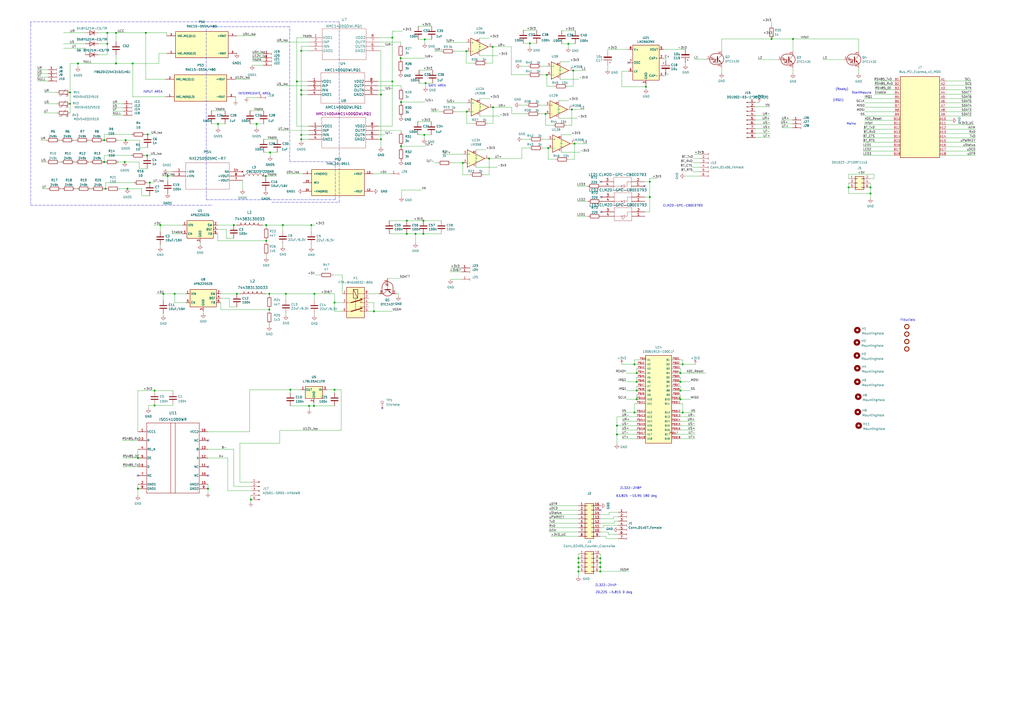
<source format=kicad_sch>
(kicad_sch (version 20231120) (generator "eeschema") (generator_version "8.0")
  (paper "A2")
  (title_block (title "Main Board") (rev "4.0") (company "Delta Electronics SRL"))
  (junction (at 156.21 179.578))
  (junction (at 286.004 62.23))
  (junction (at 148.844 71.882))
  (junction (at 394.716 216.408))
  (junction (at 89.662 226.568))
  (junction (at 174.752 54.864))
  (junction (at 394.716 231.648))
  (junction (at 235.966 135.636))
  (junction (at 335.534 323.85))
  (junction (at 270.51 29.718))
  (junction (at 268.478 94.488))
  (junction (at 67.31 19.05))
  (junction (at 283.718 91.948))
  (junction (at 246.888 48.26))
  (junction (at 232.664 59.182))
  (junction (at 357.886 251.968))
  (junction (at 97.282 102.108))
  (junction (at 332.486 40.894))
  (junction (at 459.994 22.606))
  (junction (at 62.23 25.4))
  (junction (at 89.662 235.204))
  (junction (at 368.046 211.328))
  (junction (at 40.64 53.594))
  (junction (at 60.452 81.28))
  (junction (at 245.618 135.636))
  (junction (at 348.234 326.39))
  (junction (at 92.964 130.556))
  (junction (at 67.31 36.83))
  (junction (at 154.432 139.7))
  (junction (at 80.01 283.464))
  (junction (at 492.252 108.712))
  (junction (at 45.212 36.83))
  (junction (at 94.742 170.434))
  (junction (at 165.862 170.434))
  (junction (at 335.534 331.47))
  (junction (at 348.234 323.85))
  (junction (at 85.344 90.17))
  (junction (at 394.716 226.568))
  (junction (at 120.65 283.464))
  (junction (at 180.594 130.556))
  (junction (at 335.534 326.39))
  (junction (at 245.618 128.016))
  (junction (at 40.64 60.198))
  (junction (at 220.98 80.772))
  (junction (at 395.986 239.268))
  (junction (at 348.234 328.93))
  (junction (at 101.346 170.434))
  (junction (at 156.718 88.392))
  (junction (at 232.41 33.782))
  (junction (at 318.008 85.852))
  (junction (at 394.716 221.488))
  (junction (at 61.214 109.474))
  (junction (at 246.126 78.232))
  (junction (at 174.752 52.324))
  (junction (at 369.316 216.408))
  (junction (at 194.056 226.06))
  (junction (at 232.664 84.836))
  (junction (at 317.246 43.434))
  (junction (at 369.316 231.648))
  (junction (at 182.372 170.434))
  (junction (at 72.39 93.98))
  (junction (at 154.178 102.108))
  (junction (at 135.636 130.556))
  (junction (at 174.752 78.232))
  (junction (at 73.914 109.474))
  (junction (at 504.952 112.268))
  (junction (at 72.898 81.28))
  (junction (at 369.316 221.488))
  (junction (at 270.764 64.77))
  (junction (at 235.966 128.016))
  (junction (at 80.01 265.684))
  (junction (at 154.432 130.556))
  (junction (at 333.248 83.312))
  (junction (at 179.324 235.458))
  (junction (at 174.752 80.772))
  (junction (at 285.75 27.178))
  (junction (at 126.492 71.882))
  (junction (at 241.046 135.636))
  (junction (at 395.986 211.328))
  (junction (at 335.534 328.93))
  (junction (at 164.084 130.556))
  (junction (at 447.548 22.606))
  (junction (at 145.542 289.814))
  (junction (at 220.98 54.864))
  (junction (at 368.046 239.268))
  (junction (at 357.886 246.888))
  (junction (at 369.316 226.568))
  (junction (at 168.402 226.06))
  (junction (at 504.952 108.712))
  (junction (at 174.752 29.464))
  (junction (at 85.598 77.978))
  (junction (at 376.936 105.41))
  (junction (at 182.118 235.458))
  (junction (at 156.21 170.434))
  (junction (at 376.936 114.3))
  (junction (at 329.692 25.4))
  (junction (at 246.38 22.86))
  (junction (at 374.7262 50.292))
  (junction (at 316.484 66.04))
  (junction (at 331.724 63.5))
  (junction (at 307.34 25.146))
  (junction (at 62.23 19.05))
  (junction (at 194.056 175.514))
  (junction (at 84.582 19.05))
  (junction (at 227.584 21.844))
  (junction (at 216.916 180.594))
  (junction (at 137.414 170.434))
  (junction (at 76.962 36.83))
  (junction (at 172.212 47.244))
  (junction (at 60.452 93.98))
  (junction (at 227.584 47.244))
  (junction (at 86.868 105.918))
  (junction (at 348.234 331.47))
  (no_connect (at 80.01 275.844))
  (no_connect (at 364.5662 36.322))
  (no_connect (at 348.742 114.3))
  (no_connect (at 348.234 295.91))
  (no_connect (at 221.742 236.728))
  (no_connect (at 348.742 122.936))
  (no_connect (at 120.65 275.844))
  (no_connect (at 120.65 270.764))
  (no_connect (at 120.65 255.524))
  (no_connect (at 373.888 107.95))
  (no_connect (at 348.488 105.41))
  (wire (pts (xy 174.752 29.464) (xy 174.752 52.324)))
  (wire (pts (xy 260.858 157.734) (xy 267.716 157.734)))
  (wire (pts (xy 258.826 24.638) (xy 270.51 24.638)))
  (wire (pts (xy 368.046 208.788) (xy 371.856 208.788)))
  (wire (pts (xy 144.78 226.06) (xy 144.78 250.444)))
  (wire (pts (xy 296.672 27.178) (xy 296.672 43.434)))
  (wire (pts (xy 403.352 211.328) (xy 395.986 211.328)))
  (wire (pts (xy 278.384 67.31) (xy 289.814 67.31)))
  (wire (pts (xy 174.752 26.924) (xy 174.752 29.464)))
  (wire (pts (xy 355.854 299.72) (xy 358.648 299.72)))
  (wire (pts (xy 360.7562 50.292) (xy 374.7262 50.292)))
  (wire (pts (xy 65.278 64.516) (xy 71.628 64.516)))
  (wire (pts (xy 136.652 45.974) (xy 145.034 45.974)))
  (wire (pts (xy 278.13 22.098) (xy 283.972 22.098)))
  (wire (pts (xy 40.64 36.83) (xy 45.212 36.83)))
  (wire (pts (xy 232.41 33.782) (xy 232.41 34.544)))
  (wire (pts (xy 174.752 80.772) (xy 174.752 81.788)))
  (wire (pts (xy 160.528 24.384) (xy 179.324 24.384)))
  (wire (pts (xy 36.83 27.94) (xy 49.53 27.94)))
  (wire (pts (xy 156.21 170.434) (xy 165.862 170.434)))
  (wire (pts (xy 216.916 175.514) (xy 216.916 180.594)))
  (wire (pts (xy 329.692 25.4) (xy 333.756 25.4)))
  (wire (pts (xy 251.968 29.718) (xy 256.032 29.718)))
  (wire (pts (xy 126.492 71.882) (xy 130.556 71.882)))
  (wire (pts (xy 395.986 234.188) (xy 395.986 239.268)))
  (wire (pts (xy 270.51 29.718) (xy 270.51 36.576)))
  (wire (pts (xy 324.104 68.58) (xy 335.026 68.58)))
  (wire (pts (xy 156.718 88.392) (xy 156.718 90.678)))
  (wire (pts (xy 373.888 105.41) (xy 376.936 105.41)))
  (wire (pts (xy 154.178 102.108) (xy 154.178 102.87)))
  (wire (pts (xy 394.716 231.648) (xy 400.558 231.648)))
  (wire (pts (xy 219.202 52.324) (xy 223.266 52.324)))
  (wire (pts (xy 179.324 26.924) (xy 174.752 26.924)))
  (wire (pts (xy 261.366 162.052) (xy 267.716 162.052)))
  (wire (pts (xy 145.542 284.734) (xy 132.08 284.734)))
  (wire (pts (xy 384.8862 28.702) (xy 397.5862 28.702)))
  (wire (pts (xy 501.65 59.69) (xy 518.414 59.69)))
  (wire (pts (xy 507.492 52.07) (xy 518.414 52.07)))
  (wire (pts (xy 82.296 109.474) (xy 82.296 113.538)))
  (wire (pts (xy 179.324 235.458) (xy 179.324 237.744)))
  (wire (pts (xy 162.306 257.048) (xy 162.306 249.682)))
  (wire (pts (xy 394.716 224.028) (xy 394.716 226.568)))
  (wire (pts (xy 409.448 216.408) (xy 394.716 216.408)))
  (wire (pts (xy 197.866 226.06) (xy 197.866 249.682)))
  (wire (pts (xy 36.83 25.4) (xy 49.53 25.4)))
  (wire (pts (xy 60.452 77.978) (xy 76.454 77.978)))
  (wire (pts (xy 34.544 81.28) (xy 35.306 81.28)))
  (wire (pts (xy 403.352 254.508) (xy 394.716 254.508)))
  (wire (pts (xy 60.452 93.98) (xy 60.452 90.17)))
  (wire (pts (xy 100.33 234.696) (xy 100.33 235.204)))
  (wire (pts (xy 384.8862 43.942) (xy 386.1562 43.942)))
  (wire (pts (xy 61.214 109.474) (xy 61.722 109.474)))
  (wire (pts (xy 263.652 29.718) (xy 270.51 29.718)))
  (wire (pts (xy 307.34 25.146) (xy 307.34 27.432)))
  (wire (pts (xy 357.886 251.968) (xy 369.316 251.968)))
  (wire (pts (xy 403.352 249.428) (xy 394.716 249.428)))
  (wire (pts (xy 213.868 180.594) (xy 216.916 180.594)))
  (wire (pts (xy 51.562 81.28) (xy 52.324 81.28)))
  (wire (pts (xy 307.086 80.772) (xy 302.768 80.772)))
  (wire (pts (xy 360.7562 41.402) (xy 360.7562 50.292)))
  (wire (pts (xy 67.31 24.13) (xy 67.31 19.05)))
  (wire (pts (xy 71.12 265.684) (xy 80.01 265.684)))
  (wire (pts (xy 446.786 77.216) (xy 438.15 77.216)))
  (wire (pts (xy 45.212 36.83) (xy 45.212 38.862)))
  (wire (pts (xy 90.932 170.434) (xy 94.742 170.434)))
  (polyline (pts (xy 194.564 93.726) (xy 168.148 93.726)) (stroke (width 0) (type dash)))
  (wire (pts (xy 69.342 109.474) (xy 73.914 109.474)))
  (wire (pts (xy 80.772 93.98) (xy 80.772 97.79)))
  (wire (pts (xy 459.994 39.624) (xy 459.994 42.672)))
  (wire (pts (xy 395.986 211.328) (xy 394.716 211.328)))
  (wire (pts (xy 92.964 130.556) (xy 105.918 130.556)))
  (wire (pts (xy 256.794 89.408) (xy 268.478 89.408)))
  (wire (pts (xy 92.202 30.988) (xy 96.774 30.988)))
  (wire (pts (xy 296.926 62.23) (xy 296.926 66.04)))
  (wire (pts (xy 122.682 64.262) (xy 130.556 64.262)))
  (wire (pts (xy 83.82 90.17) (xy 85.344 90.17)))
  (wire (pts (xy 156.718 88.392) (xy 160.782 88.392)))
  (wire (pts (xy 145.034 64.262) (xy 152.908 64.262)))
  (wire (pts (xy 459.994 22.606) (xy 459.994 29.464)))
  (wire (pts (xy 235.966 128.016) (xy 245.618 128.016)))
  (wire (pts (xy 335.534 326.39) (xy 335.534 328.93)))
  (wire (pts (xy 36.83 19.05) (xy 49.53 19.05)))
  (wire (pts (xy 137.414 170.434) (xy 138.938 170.434)))
  (wire (pts (xy 194.056 226.06) (xy 194.056 227.838)))
  (wire (pts (xy 459.994 22.606) (xy 447.548 22.606)))
  (wire (pts (xy 368.046 234.188) (xy 369.316 234.188)))
  (wire (pts (xy 194.056 226.06) (xy 189.738 226.06)))
  (wire (pts (xy 235.966 135.636) (xy 241.046 135.636)))
  (wire (pts (xy 179.07 80.772) (xy 174.752 80.772)))
  (wire (pts (xy 374.142 122.936) (xy 376.936 122.936)))
  (wire (pts (xy 501.65 69.85) (xy 518.414 69.85)))
  (wire (pts (xy 62.23 31.75) (xy 62.23 25.4)))
  (polyline (pts (xy 119.634 16.764) (xy 119.634 115.824)) (stroke (width 0) (type dash)))
  (wire (pts (xy 227.584 18.034) (xy 227.584 21.844)))
  (wire (pts (xy 246.888 48.26) (xy 250.952 48.26)))
  (wire (pts (xy 180.594 141.986) (xy 180.594 143.256)))
  (wire (pts (xy 477.266 34.544) (xy 489.204 34.544)))
  (wire (pts (xy 65.278 62.484) (xy 71.628 62.484)))
  (wire (pts (xy 179.07 73.152) (xy 172.212 73.152)))
  (wire (pts (xy 232.664 59.182) (xy 232.664 59.944)))
  (wire (pts (xy 261.366 155.448) (xy 267.716 155.448)))
  (wire (pts (xy 395.986 239.268) (xy 394.716 239.268)))
  (wire (pts (xy 164.084 130.556) (xy 164.084 134.112)))
  (wire (pts (xy 65.278 66.802) (xy 71.628 66.802)))
  (wire (pts (xy 283.718 91.948) (xy 302.768 91.948)))
  (wire (pts (xy 325.882 25.4) (xy 329.692 25.4)))
  (wire (pts (xy 303.53 17.526) (xy 311.404 17.526)))
  (wire (pts (xy 333.248 92.456) (xy 333.248 83.312)))
  (wire (pts (xy 350.266 304.8) (xy 350.266 306.07)))
  (wire (pts (xy 403.352 239.268) (xy 395.986 239.268)))
  (wire (pts (xy 182.372 174.244) (xy 182.372 170.434)))
  (wire (pts (xy 376.936 114.3) (xy 376.936 105.41)))
  (wire (pts (xy 23.876 93.98) (xy 26.924 93.98)))
  (polyline (pts (xy 120.65 15.494) (xy 168.148 15.494)) (stroke (width 0) (type dash)))
  (wire (pts (xy 280.416 101.346) (xy 283.718 101.346)))
  (wire (pts (xy 57.15 31.75) (xy 62.23 31.75)))
  (wire (pts (xy 132.08 265.684) (xy 132.08 284.734)))
  (wire (pts (xy 213.868 170.434) (xy 219.71 170.434)))
  (wire (pts (xy 357.886 251.968) (xy 357.886 257.556)))
  (wire (pts (xy 231.14 171.704) (xy 231.14 170.434)))
  (polyline (pts (xy 17.78 119.126) (xy 123.19 119.126)) (stroke (width 0) (type dash)))
  (wire (pts (xy 376.936 103.378) (xy 381.508 103.378)))
  (wire (pts (xy 335.534 321.31) (xy 335.534 323.85)))
  (wire (pts (xy 153.416 102.108) (xy 154.178 102.108)))
  (wire (pts (xy 356.362 302.26) (xy 358.648 302.26)))
  (wire (pts (xy 439.674 34.544) (xy 451.104 34.544)))
  (wire (pts (xy 148.844 71.882) (xy 148.844 74.168)))
  (wire (pts (xy 350.266 306.07) (xy 348.234 306.07)))
  (polyline (pts (xy 196.85 12.7) (xy 17.78 12.7)) (stroke (width 0) (type dash)))
  (wire (pts (xy 296.672 43.434) (xy 306.324 43.434)))
  (wire (pts (xy 227.584 47.244) (xy 227.584 73.152)))
  (wire (pts (xy 329.946 92.456) (xy 333.248 92.456)))
  (wire (pts (xy 324.104 58.42) (xy 329.946 58.42)))
  (wire (pts (xy 232.664 84.836) (xy 246.634 84.836)))
  (wire (pts (xy 357.886 246.888) (xy 369.316 246.888)))
  (wire (pts (xy 498.094 22.606) (xy 459.994 22.606)))
  (wire (pts (xy 25.654 53.594) (xy 33.02 53.594)))
  (wire (pts (xy 348.234 328.93) (xy 348.234 331.47)))
  (wire (pts (xy 81.026 85.598) (xy 85.598 85.598)))
  (wire (pts (xy 154.432 139.7) (xy 154.432 140.462)))
  (wire (pts (xy 232.918 110.236) (xy 232.918 114.3)))
  (wire (pts (xy 446.786 72.136) (xy 438.15 72.136)))
  (wire (pts (xy 314.706 85.852) (xy 318.008 85.852)))
  (wire (pts (xy 143.002 56.642) (xy 149.352 56.642)))
  (wire (pts (xy 194.056 180.594) (xy 198.628 180.594)))
  (wire (pts (xy 21.59 46.99) (xy 27.94 46.99)))
  (wire (pts (xy 136.652 56.134) (xy 136.652 58.42)))
  (wire (pts (xy 225.806 135.636) (xy 235.966 135.636)))
  (wire (pts (xy 85.344 105.918) (xy 86.868 105.918)))
  (wire (pts (xy 174.752 78.232) (xy 174.752 80.772)))
  (wire (pts (xy 65.278 60.198) (xy 71.628 60.198)))
  (wire (pts (xy 198.628 170.434) (xy 198.628 159.512)))
  (wire (pts (xy 241.046 140.97) (xy 241.046 135.636)))
  (wire (pts (xy 61.214 105.918) (xy 77.724 105.918)))
  (wire (pts (xy 506.984 101.092) (xy 506.984 103.632)))
  (wire (pts (xy 219.71 75.692) (xy 232.664 75.692)))
  (wire (pts (xy 172.212 47.244) (xy 178.562 47.244)))
  (wire (pts (xy 152.908 88.392) (xy 156.718 88.392)))
  (wire (pts (xy 180.594 130.556) (xy 182.88 130.556)))
  (wire (pts (xy 500.634 85.09) (xy 518.414 85.09)))
  (wire (pts (xy 92.964 141.986) (xy 92.964 143.256)))
  (wire (pts (xy 156.21 179.578) (xy 156.21 180.34)))
  (wire (pts (xy 500.634 90.17) (xy 518.414 90.17)))
  (wire (pts (xy 242.57 15.24) (xy 250.444 15.24)))
  (wire (pts (xy 394.716 208.788) (xy 395.986 208.788)))
  (wire (pts (xy 335.534 328.93) (xy 335.534 331.47)))
  (wire (pts (xy 348.234 311.15) (xy 351.536 311.15)))
  (wire (pts (xy 369.316 213.868) (xy 369.316 216.408)))
  (wire (pts (xy 318.516 308.61) (xy 335.534 308.61)))
  (wire (pts (xy 313.182 66.04) (xy 316.484 66.04)))
  (wire (pts (xy 89.662 226.568) (xy 100.33 226.568)))
  (wire (pts (xy 501.65 64.77) (xy 518.414 64.77)))
  (wire (pts (xy 244.602 110.236) (xy 232.918 110.236)))
  (wire (pts (xy 335.534 298.45) (xy 318.516 298.45)))
  (wire (pts (xy 282.448 36.576) (xy 285.75 36.576)))
  (wire (pts (xy 278.384 57.15) (xy 284.226 57.15)))
  (wire (pts (xy 395.986 208.788) (xy 395.986 211.328)))
  (wire (pts (xy 548.894 52.07) (xy 563.626 52.07)))
  (wire (pts (xy 21.59 44.704) (xy 27.94 44.704)))
  (wire (pts (xy 289.814 67.31) (xy 289.814 67.564)))
  (wire (pts (xy 227.584 18.034) (xy 233.426 18.034)))
  (wire (pts (xy 40.64 36.83) (xy 40.64 53.594)))
  (wire (pts (xy 100.076 99.568) (xy 97.536 99.568)))
  (wire (pts (xy 140.716 104.648) (xy 140.716 109.982)))
  (wire (pts (xy 60.452 81.28) (xy 60.706 81.28)))
  (wire (pts (xy 369.316 221.488) (xy 363.22 221.488)))
  (wire (pts (xy 139.192 279.654) (xy 139.192 257.048)))
  (wire (pts (xy 453.39 69.596) (xy 459.74 69.596)))
  (wire (pts (xy 144.78 226.06) (xy 168.402 226.06)))
  (wire (pts (xy 126.238 130.556) (xy 135.636 130.556)))
  (wire (pts (xy 331.724 72.644) (xy 331.724 63.5)))
  (wire (pts (xy 148.844 71.882) (xy 152.908 71.882)))
  (wire (pts (xy 565.912 77.47) (xy 548.894 77.47)))
  (wire (pts (xy 504.952 103.632) (xy 506.984 103.632)))
  (wire (pts (xy 154.432 130.556) (xy 164.084 130.556)))
  (wire (pts (xy 447.548 14.986) (xy 447.548 12.7)))
  (wire (pts (xy 246.126 78.232) (xy 250.19 78.232)))
  (wire (pts (xy 197.866 226.06) (xy 194.056 226.06)))
  (wire (pts (xy 352.552 37.7698) (xy 352.552 40.3098)))
  (wire (pts (xy 504.952 106.172) (xy 504.952 108.712)))
  (wire (pts (xy 131.318 133.096) (xy 131.318 138.176)))
  (wire (pts (xy 224.79 161.544) (xy 231.902 161.544)))
  (wire (pts (xy 369.316 231.648) (xy 363.474 231.648)))
  (wire (pts (xy 329.692 25.4) (xy 329.692 27.686)))
  (wire (pts (xy 42.926 81.28) (xy 43.942 81.28)))
  (wire (pts (xy 120.65 280.924) (xy 120.65 283.464)))
  (wire (pts (xy 25.654 60.198) (xy 33.02 60.198)))
  (wire (pts (xy 94.742 181.864) (xy 94.742 183.134)))
  (wire (pts (xy 270.764 64.77) (xy 270.764 71.628)))
  (wire (pts (xy 174.752 52.324) (xy 178.562 52.324)))
  (wire (pts (xy 82.296 113.538) (xy 86.868 113.538)))
  (wire (pts (xy 61.214 109.474) (xy 61.214 105.918)))
  (wire (pts (xy 507.492 54.61) (xy 518.414 54.61)))
  (wire (pts (xy 403.352 241.808) (xy 394.716 241.808)))
  (wire (pts (xy 135.636 130.556) (xy 137.16 130.556)))
  (wire (pts (xy 137.414 20.828) (xy 148.336 20.828)))
  (wire (pts (xy 174.752 54.864) (xy 178.562 54.864)))
  (wire (pts (xy 216.408 100.838) (xy 226.568 100.838)))
  (wire (pts (xy 76.962 36.83) (xy 92.202 36.83)))
  (wire (pts (xy 335.534 331.47) (xy 335.534 334.518)))
  (wire (pts (xy 303.53 25.146) (xy 307.34 25.146)))
  (polyline (pts (xy 157.734 117.348) (xy 196.85 117.348)) (stroke (width 0) (type dash)))
  (wire (pts (xy 548.894 67.31) (xy 563.626 67.31)))
  (wire (pts (xy 492.252 112.268) (xy 504.952 112.268)))
  (wire (pts (xy 335.534 311.15) (xy 319.532 311.15)))
  (wire (pts (xy 126.492 71.882) (xy 126.492 74.168)))
  (wire (pts (xy 332.486 50.038) (xy 332.486 40.894)))
  (wire (pts (xy 34.544 93.98) (xy 35.56 93.98)))
  (wire (pts (xy 84.582 45.974) (xy 84.582 19.05)))
  (wire (pts (xy 85.344 90.17) (xy 87.376 90.17)))
  (wire (pts (xy 219.71 73.152) (xy 227.584 73.152)))
  (wire (pts (xy 128.016 172.974) (xy 133.096 172.974)))
  (wire (pts (xy 219.964 21.844) (xy 227.584 21.844)))
  (wire (pts (xy 133.096 178.054) (xy 137.414 178.054)))
  (wire (pts (xy 322.326 92.456) (xy 318.008 92.456)))
  (wire (pts (xy 285.75 27.178) (xy 285.75 36.576)))
  (wire (pts (xy 360.68 211.328) (xy 368.046 211.328)))
  (wire (pts (xy 52.324 109.474) (xy 53.086 109.474)))
  (wire (pts (xy 120.65 260.604) (xy 135.636 260.604)))
  (wire (pts (xy 501.65 62.23) (xy 518.414 62.23)))
  (wire (pts (xy 72.39 93.98) (xy 80.772 93.98)))
  (wire (pts (xy 242.57 22.86) (xy 246.38 22.86)))
  (wire (pts (xy 232.664 49.784) (xy 232.664 51.054)))
  (wire (pts (xy 276.098 86.868) (xy 281.94 86.868)))
  (wire (pts (xy 168.402 226.06) (xy 168.402 227.838)))
  (wire (pts (xy 126.238 139.7) (xy 126.238 135.636)))
  (wire (pts (xy 492.252 108.712) (xy 492.252 112.268)))
  (polyline (pts (xy 17.78 12.7) (xy 17.78 14.224)) (stroke (width 0) (type dash)))
  (wire (pts (xy 394.716 221.488) (xy 400.558 221.488)))
  (wire (pts (xy 145.542 282.194) (xy 135.636 282.194)))
  (wire (pts (xy 96.012 56.134) (xy 76.962 56.134)))
  (wire (pts (xy 154.178 102.108) (xy 160.528 102.108)))
  (wire (pts (xy 500.634 82.55) (xy 518.414 82.55)))
  (wire (pts (xy 364.5662 41.402) (xy 360.7562 41.402)))
  (wire (pts (xy 97.282 102.108) (xy 93.98 102.108)))
  (wire (pts (xy 122.682 71.882) (xy 126.492 71.882)))
  (wire (pts (xy 194.056 175.514) (xy 194.056 180.594)))
  (wire (pts (xy 548.894 72.39) (xy 564.896 72.39)))
  (wire (pts (xy 369.316 224.028) (xy 369.316 226.568)))
  (wire (pts (xy 145.542 287.274) (xy 145.542 289.814)))
  (wire (pts (xy 162.306 249.682) (xy 197.866 249.682)))
  (wire (pts (xy 180.594 134.366) (xy 180.594 130.556)))
  (wire (pts (xy 101.346 175.514) (xy 101.346 170.434)))
  (wire (pts (xy 406.146 102.108) (xy 397.256 102.108)))
  (polyline (pts (xy 196.85 117.348) (xy 196.85 12.7)) (stroke (width 0) (type dash)))
  (wire (pts (xy 325.882 17.78) (xy 333.756 17.78)))
  (wire (pts (xy 368.046 234.188) (xy 368.046 239.268)))
  (wire (pts (xy 333.248 83.312) (xy 340.614 83.312)))
  (wire (pts (xy 286.004 62.23) (xy 286.004 71.628)))
  (wire (pts (xy 40.64 60.198) (xy 40.64 65.532)))
  (wire (pts (xy 71.12 270.764) (xy 80.01 270.764)))
  (wire (pts (xy 120.65 265.684) (xy 132.08 265.684)))
  (wire (pts (xy 219.964 29.464) (xy 220.98 29.464)))
  (wire (pts (xy 313.944 43.434) (xy 317.246 43.434)))
  (wire (pts (xy 500.634 87.63) (xy 518.414 87.63)))
  (wire (pts (xy 68.58 93.98) (xy 72.39 93.98)))
  (wire (pts (xy 161.29 75.692) (xy 179.07 75.692)))
  (wire (pts (xy 45.212 36.83) (xy 67.31 36.83)))
  (wire (pts (xy 276.098 97.028) (xy 288.544 97.028)))
  (wire (pts (xy 318.516 300.99) (xy 335.534 300.99)))
  (wire (pts (xy 313.182 60.96) (xy 316.484 60.96)))
  (wire (pts (xy 219.202 54.864) (xy 220.98 54.864)))
  (wire (pts (xy 331.724 63.5) (xy 339.09 63.5)))
  (wire (pts (xy 274.828 36.576) (xy 270.51 36.576)))
  (wire (pts (xy 446.786 74.676) (xy 438.15 74.676)))
  (wire (pts (xy 307.34 25.146) (xy 311.404 25.146)))
  (wire (pts (xy 232.664 58.674) (xy 232.664 59.182)))
  (wire (pts (xy 172.212 21.844) (xy 179.324 21.844)))
  (wire (pts (xy 268.478 94.488) (xy 268.478 101.346)))
  (wire (pts (xy 60.706 109.474) (xy 61.214 109.474)))
  (wire (pts (xy 492.252 101.092) (xy 506.984 101.092)))
  (wire (pts (xy 328.422 72.644) (xy 331.724 72.644)))
  (wire (pts (xy 374.7262 49.022) (xy 374.7262 50.292)))
  (wire (pts (xy 369.316 229.108) (xy 369.316 231.648)))
  (polyline (pts (xy 168.148 93.726) (xy 168.148 15.494)) (stroke (width 0) (type dash)))
  (wire (pts (xy 507.238 49.53) (xy 518.414 49.53)))
  (wire (pts (xy 80.01 226.568) (xy 89.662 226.568)))
  (wire (pts (xy 154.432 130.556) (xy 154.432 131.572)))
  (wire (pts (xy 348.234 321.31) (xy 348.234 323.85)))
  (wire (pts (xy 498.094 22.606) (xy 498.094 29.464)))
  (wire (pts (xy 145.034 71.882) (xy 148.844 71.882)))
  (wire (pts (xy 168.402 235.458) (xy 179.324 235.458)))
  (wire (pts (xy 452.882 71.882) (xy 459.74 71.882)))
  (wire (pts (xy 146.304 33.528) (xy 152.654 33.528)))
  (wire (pts (xy 174.752 54.864) (xy 174.752 78.232)))
  (wire (pts (xy 563.626 54.61) (xy 548.894 54.61)))
  (wire (pts (xy 438.15 61.976) (xy 446.532 61.976)))
  (wire (pts (xy 353.314 298.45) (xy 353.314 297.18)))
  (wire (pts (xy 165.862 170.434) (xy 182.372 170.434)))
  (wire (pts (xy 156.21 179.578) (xy 128.016 179.578)))
  (wire (pts (xy 156.21 170.434) (xy 156.21 171.45)))
  (wire (pts (xy 358.648 304.8) (xy 350.266 304.8)))
  (wire (pts (xy 154.432 139.192) (xy 154.432 139.7)))
  (wire (pts (xy 165.862 181.61) (xy 165.862 182.88)))
  (wire (pts (xy 386.1562 33.782) (xy 386.1562 35.052)))
  (wire (pts (xy 306.324 38.354) (xy 302.006 38.354)))
  (wire (pts (xy 24.384 109.474) (xy 27.686 109.474)))
  (wire (pts (xy 325.628 78.232) (xy 331.47 78.232)))
  (wire (pts (xy 321.564 50.038) (xy 317.246 50.038)))
  (wire (pts (xy 563.626 59.69) (xy 548.894 59.69)))
  (wire (pts (xy 231.14 170.434) (xy 229.87 170.434)))
  (wire (pts (xy 76.962 56.134) (xy 76.962 36.83)))
  (wire (pts (xy 92.202 30.988) (xy 92.202 36.83)))
  (wire (pts (xy 500.634 80.01) (xy 518.414 80.01)))
  (wire (pts (xy 101.346 170.434) (xy 107.696 170.434)))
  (wire (pts (xy 283.718 91.948) (xy 283.718 101.346)))
  (wire (pts (xy 501.65 67.31) (xy 518.414 67.31)))
  (wire (pts (xy 406.146 97.028) (xy 401.574 97.028)))
  (wire (pts (xy 165.862 170.434) (xy 165.862 173.99)))
  (wire (pts (xy 85.598 77.978) (xy 87.63 77.978)))
  (wire (pts (xy 324.866 45.974) (xy 335.788 45.974)))
  (wire (pts (xy 334.772 107.95) (xy 340.868 107.95)))
  (wire (pts (xy 145.542 289.814) (xy 145.542 291.338)))
  (wire (pts (xy 172.212 73.152) (xy 172.212 47.244)))
  (wire (pts (xy 146.304 37.846) (xy 152.654 37.846)))
  (wire (pts (xy 376.936 105.41) (xy 376.936 103.378)))
  (wire (pts (xy 278.13 32.258) (xy 289.052 32.258)))
  (wire (pts (xy 99.568 135.636) (xy 105.918 135.636)))
  (wire (pts (xy 219.71 80.772) (xy 220.98 80.772)))
  (wire (pts (xy 418.592 39.37) (xy 418.592 42.418)))
  (wire (pts (xy 40.64 53.594) (xy 40.64 60.198)))
  (wire (pts (xy 152.4 130.556) (xy 154.432 130.556)))
  (wire (pts (xy 219.202 49.784) (xy 232.664 49.784)))
  (wire (pts (xy 67.31 19.05) (xy 84.582 19.05)))
  (wire (pts (xy 446.786 67.056) (xy 438.15 67.056)))
  (wire (pts (xy 194.056 175.514) (xy 198.628 175.514)))
  (wire (pts (xy 96.012 45.974) (xy 84.582 45.974)))
  (wire (pts (xy 270.764 64.77) (xy 263.906 64.77)))
  (wire (pts (xy 68.326 81.28) (xy 72.898 81.28)))
  (wire (pts (xy 164.084 130.556) (xy 180.594 130.556)))
  (wire (pts (xy 182.118 235.458) (xy 194.056 235.458)))
  (wire (pts (xy 97.282 102.108) (xy 97.282 104.648)))
  (wire (pts (xy 227.584 21.844) (xy 227.584 47.244)))
  (wire (pts (xy 506.984 46.99) (xy 518.414 46.99)))
  (wire (pts (xy 220.98 29.464) (xy 220.98 54.864)))
  (wire (pts (xy 89.662 234.696) (xy 89.662 235.204)))
  (wire (pts (xy 57.15 25.4) (xy 62.23 25.4)))
  (wire (pts (xy 43.18 93.98) (xy 43.942 93.98)))
  (wire (pts (xy 348.234 331.47) (xy 364.744 331.47)))
  (wire (pts (xy 418.592 22.606) (xy 418.592 29.21)))
  (wire (pts (xy 100.076 102.108) (xy 97.282 102.108)))
  (wire (pts (xy 492.252 106.172) (xy 492.252 108.712)))
  (wire (pts (xy 348.234 298.45) (xy 353.314 298.45)))
  (wire (pts (xy 232.664 84.328) (xy 232.664 84.836)))
  (wire (pts (xy 51.562 93.98) (xy 52.578 93.98)))
  (wire (pts (xy 96.774 19.05) (xy 96.774 20.828)))
  (wire (pts (xy 348.234 323.85) (xy 348.234 326.39)))
  (wire (pts (xy 501.396 72.39) (xy 518.414 72.39)))
  (wire (pts (xy 164.084 141.732) (xy 164.084 143.002)))
  (wire (pts (xy 117.856 180.594) (xy 117.856 181.864)))
  (wire (pts (xy 246.888 48.26) (xy 246.888 50.546)))
  (wire (pts (xy 316.484 66.04) (xy 316.484 72.644)))
  (wire (pts (xy 154.432 148.082) (xy 154.432 149.352)))
  (wire (pts (xy 353.314 297.18) (xy 358.648 297.18)))
  (wire (pts (xy 135.636 282.194) (xy 135.636 260.604)))
  (wire (pts (xy 120.65 283.464) (xy 120.65 286.004)))
  (wire (pts (xy 100.33 226.568) (xy 100.33 227.076)))
  (wire (pts (xy 565.912 80.01) (xy 548.894 80.01)))
  (wire (pts (xy 501.396 57.15) (xy 518.414 57.15)))
  (wire (pts (xy 70.866 255.524) (xy 80.01 255.524)))
  (wire (pts (xy 360.68 254.508) (xy 369.316 254.508)))
  (wire (pts (xy 403.352 246.888) (xy 394.716 246.888)))
  (wire (pts (xy 348.234 326.39) (xy 348.234 328.93)))
  (wire (pts (xy 232.664 84.836) (xy 232.664 85.598)))
  (wire (pts (xy 245.618 128.016) (xy 256.032 128.016)))
  (wire (pts (xy 86.868 105.918) (xy 88.9 105.918)))
  (wire (pts (xy 59.944 81.28) (xy 60.452 81.28)))
  (wire (pts (xy 86.106 235.204) (xy 86.106 236.982)))
  (wire (pts (xy 406.146 91.948) (xy 402.082 91.948)))
  (wire (pts (xy 128.016 179.578) (xy 128.016 175.514)))
  (wire (pts (xy 351.536 311.15) (xy 351.536 312.42)))
  (wire (pts (xy 335.534 323.85) (xy 335.534 326.39)))
  (wire (pts (xy 49.53 27.94) (xy 49.53 31.75)))
  (wire (pts (xy 334.772 125.476) (xy 341.122 125.476)))
  (wire (pts (xy 219.964 24.384) (xy 232.41 24.384)))
  (wire (pts (xy 335.534 293.37) (xy 318.516 293.37)))
  (wire (pts (xy 242.316 70.612) (xy 250.19 70.612)))
  (wire (pts (xy 313.944 38.354) (xy 317.246 38.354)))
  (wire (pts (xy 35.306 109.474) (xy 36.068 109.474)))
  (wire (pts (xy 446.786 79.756) (xy 438.15 79.756)))
  (wire (pts (xy 418.592 22.606) (xy 447.548 22.606)))
  (wire (pts (xy 249.936 64.77) (xy 256.286 64.77)))
  (wire (pts (xy 80.01 280.924) (xy 80.01 283.464)))
  (wire (pts (xy 245.618 135.636) (xy 256.032 135.636)))
  (wire (pts (xy 369.316 216.408) (xy 363.22 216.408)))
  (wire (pts (xy 329.184 50.038) (xy 332.486 50.038)))
  (wire (pts (xy 325.628 88.392) (xy 336.55 88.392)))
  (wire (pts (xy 246.38 22.86) (xy 246.38 25.146)))
  (wire (pts (xy 318.516 306.07) (xy 335.534 306.07)))
  (wire (pts (xy 374.142 114.3) (xy 376.936 114.3)))
  (wire (pts (xy 193.04 159.512) (xy 198.628 159.512)))
  (wire (pts (xy 360.68 249.428) (xy 369.316 249.428)))
  (wire (pts (xy 160.528 49.784) (xy 178.562 49.784)))
  (wire (pts (xy 60.452 93.98) (xy 60.96 93.98)))
  (wire (pts (xy 296.926 66.04) (xy 305.562 66.04)))
  (wire (pts (xy 368.046 211.328) (xy 369.316 211.328)))
  (wire (pts (xy 504.952 112.268) (xy 504.952 115.0366)))
  (wire (pts (xy 386.1562 43.942) (xy 386.1562 42.672)))
  (wire (pts (xy 216.916 180.594) (xy 227.584 180.594)))
  (wire (pts (xy 220.98 54.864) (xy 220.98 80.772)))
  (wire (pts (xy 81.026 81.28) (xy 81.026 85.598)))
  (wire (pts (xy 268.478 94.488) (xy 261.62 94.488)))
  (wire (pts (xy 174.752 78.232) (xy 179.07 78.232)))
  (wire (pts (xy 324.866 35.814) (xy 330.708 35.814)))
  (wire (pts (xy 355.854 300.99) (xy 355.854 299.72)))
  (wire (pts (xy 374.7262 50.292) (xy 374.7262 51.562)))
  (wire (pts (xy 116.078 140.716) (xy 116.078 141.986)))
  (wire (pts (xy 453.39 74.168) (xy 459.74 74.168)))
  (wire (pts (xy 275.082 71.628) (xy 270.764 71.628)))
  (wire (pts (xy 500.888 77.47) (xy 518.414 77.47)))
  (wire (pts (xy 548.894 90.17) (xy 565.912 90.17)))
  (wire (pts (xy 243.078 48.26) (xy 246.888 48.26)))
  (wire (pts (xy 232.41 33.274) (xy 232.41 33.782)))
  (wire (pts (xy 394.716 226.568) (xy 400.558 226.568)))
  (wire (pts (xy 43.688 109.474) (xy 44.704 109.474)))
  (wire (pts (xy 563.626 64.77) (xy 548.894 64.77)))
  (wire (pts (xy 120.65 250.444) (xy 144.78 250.444)))
  (wire (pts (xy 548.894 69.85) (xy 551.942 69.85)))
  (wire (pts (xy 307.086 85.852) (xy 302.768 85.852)))
  (wire (pts (xy 182.118 233.68) (xy 182.118 235.458)))
  (wire (pts (xy 305.562 60.96) (xy 301.244 60.96)))
  (wire (pts (xy 335.534 295.91) (xy 318.516 295.91)))
  (wire (pts (xy 60.452 90.17) (xy 76.2 90.17)))
  (wire (pts (xy 285.75 27.178) (xy 296.672 27.178)))
  (polyline (pts (xy 119.634 115.824) (xy 194.564 115.824)) (stroke (width 0) (type dash)))
  (wire (pts (xy 448.056 22.352) (xy 448.056 20.066)))
  (wire (pts (xy 395.986 234.188) (xy 394.716 234.188)))
  (wire (pts (xy 318.516 303.53) (xy 335.534 303.53)))
  (wire (pts (xy 246.38 22.86) (xy 250.444 22.86)))
  (wire (pts (xy 360.68 239.268) (xy 368.046 239.268)))
  (wire (pts (xy 500.888 74.93) (xy 518.414 74.93)))
  (wire (pts (xy 67.31 19.05) (xy 62.23 19.05)))
  (wire (pts (xy 139.192 257.048) (xy 162.306 257.048)))
  (wire (pts (xy 126.238 133.096) (xy 131.318 133.096)))
  (wire (pts (xy 174.752 29.464) (xy 179.324 29.464)))
  (wire (pts (xy 232.41 33.782) (xy 246.38 33.782)))
  (wire (pts (xy 368.046 208.788) (xy 368.046 211.328)))
  (wire (pts (xy 384.8862 33.782) (xy 386.1562 33.782)))
  (wire (pts (xy 392.176 251.968) (xy 403.352 251.968)))
  (wire (pts (xy 259.08 59.69) (xy 270.764 59.69)))
  (wire (pts (xy 219.71 78.232) (xy 223.266 78.232)))
  (wire (pts (xy 376.936 122.936) (xy 376.936 114.3)))
  (wire (pts (xy 357.886 241.808) (xy 357.886 246.888)))
  (wire (pts (xy 397.5862 36.322) (xy 397.5862 37.592)))
  (wire (pts (xy 368.046 239.268) (xy 369.316 239.268)))
  (wire (pts (xy 369.316 226.568) (xy 363.474 226.568)))
  (wire (pts (xy 154.432 139.7) (xy 126.238 139.7)))
  (wire (pts (xy 352.552 28.702) (xy 364.5662 28.702)))
  (wire (pts (xy 402.59 34.29) (xy 409.702 34.29)))
  (wire (pts (xy 241.046 135.636) (xy 245.618 135.636)))
  (wire (pts (xy 360.934 244.348) (xy 369.316 244.348)))
  (wire (pts (xy 243.078 40.64) (xy 250.952 40.64)))
  (wire (pts (xy 131.318 138.176) (xy 135.636 138.176)))
  (wire (pts (xy 348.234 303.53) (xy 356.362 303.53)))
  (polyline (pts (xy 17.78 14.224) (xy 17.78 119.126)) (stroke (width 0) (type dash)))
  (wire (pts (xy 406.146 94.488) (xy 401.828 94.488)))
  (wire (pts (xy 492.252 103.632) (xy 492.252 101.092)))
  (wire (pts (xy 282.702 71.628) (xy 286.004 71.628)))
  (wire (pts (xy 232.41 24.384) (xy 232.41 25.654)))
  (wire (pts (xy 394.716 213.868) (xy 394.716 216.408)))
  (wire (pts (xy 21.59 42.672) (xy 27.94 42.672)))
  (wire (pts (xy 182.372 181.864) (xy 182.372 183.134)))
  (wire (pts (xy 548.894 85.09) (xy 565.912 85.09)))
  (wire (pts (xy 172.212 47.244) (xy 172.212 21.844)))
  (wire (pts (xy 156.21 187.96) (xy 156.21 189.23)))
  (wire (pts (xy 89.662 235.204) (xy 100.33 235.204)))
  (wire (pts (xy 498.094 39.624) (xy 498.094 42.672)))
  (wire (pts (xy 356.362 303.53) (xy 356.362 302.26)))
  (wire (pts (xy 332.486 40.894) (xy 339.852 40.894)))
  (wire (pts (xy 318.008 85.852) (xy 318.008 92.456)))
  (wire (pts (xy 154.178 170.434) (xy 156.21 170.434)))
  (wire (pts (xy 128.016 170.434) (xy 137.414 170.434)))
  (wire (pts (xy 60.452 81.28) (xy 60.452 77.978)))
  (wire (pts (xy 179.324 235.458) (xy 182.118 235.458)))
  (wire (pts (xy 225.806 128.016) (xy 235.966 128.016)))
  (wire (pts (xy 80.01 226.568) (xy 80.01 250.444)))
  (wire (pts (xy 438.15 59.436) (xy 440.436 59.436)))
  (wire (pts (xy 563.626 49.53) (xy 548.894 49.53)))
  (wire (pts (xy 402.844 89.408) (xy 406.146 89.408)))
  (wire (pts (xy 348.234 300.99) (xy 355.854 300.99)))
  (wire (pts (xy 334.772 116.84) (xy 341.122 116.84)))
  (wire (pts (xy 62.23 19.05) (xy 57.15 19.05)))
  (wire (pts (xy 60.198 93.98) (xy 60.452 93.98)))
  (wire (pts (xy 242.316 78.232) (xy 246.126 78.232)))
  (wire (pts (xy 92.964 130.556) (xy 92.964 134.366)))
  (wire (pts (xy 251.968 94.488) (xy 254 94.488)))
  (wire (pts (xy 565.912 82.55) (xy 548.894 82.55)))
  (wire (pts (xy 166.116 100.838) (xy 175.768 100.838)))
  (wire (pts (xy 548.894 62.23) (xy 563.626 62.23)))
  (wire (pts (xy 314.706 80.772) (xy 318.008 80.772)))
  (wire (pts (xy 302.768 91.948) (xy 302.768 85.852)))
  (wire (pts (xy 94.742 170.434) (xy 94.742 174.244)))
  (wire (pts (xy 133.096 172.974) (xy 133.096 178.054)))
  (wire (pts (xy 80.01 260.604) (xy 80.01 265.684)))
  (wire (pts (xy 86.106 235.204) (xy 89.662 235.204)))
  (wire (pts (xy 72.898 81.28) (xy 81.026 81.28)))
  (wire (pts (xy 146.304 31.242) (xy 152.654 31.242)))
  (wire (pts (xy 84.582 19.05) (xy 96.774 19.05)))
  (wire (pts (xy 152.908 80.772) (xy 160.782 80.772)))
  (wire (pts (xy 145.542 279.654) (xy 139.192 279.654)))
  (wire (pts (xy 446.532 69.596) (xy 438.15 69.596)))
  (wire (pts (xy 25.4 65.532) (xy 33.02 65.532)))
  (wire (pts (xy 352.806 309.88) (xy 358.648 309.88)))
  (wire (pts (xy 156.21 179.07) (xy 156.21 179.578)))
  (wire (pts (xy 232.664 75.692) (xy 232.664 76.708)))
  (wire (pts (xy 272.796 101.346) (xy 268.478 101.346)))
  (wire (pts (xy 504.952 108.712) (xy 504.952 112.268)))
  (wire (pts (xy 394.716 229.108) (xy 394.716 231.648)))
  (wire (pts (xy 89.662 226.568) (xy 89.662 227.076)))
  (wire (pts (xy 146.304 35.56) (xy 152.654 35.56)))
  (polyline (pts (xy 194.564 115.824) (xy 194.564 93.726)) (stroke (width 0) (type dash)))
  (wire (pts (xy 62.23 25.4) (xy 62.23 19.05)))
  (wire (pts (xy 84.074 77.978) (xy 85.598 77.978)))
  (wire (pts (xy 548.894 87.63) (xy 565.912 87.63)))
  (wire (pts (xy 232.664 59.182) (xy 246.634 59.182)))
  (wire (pts (xy 348.234 308.61) (xy 352.806 308.61)))
  (wire (pts (xy 80.01 283.464) (xy 80.01 287.528)))
  (wire (pts (xy 219.964 26.924) (xy 223.266 26.924)))
  (wire (pts (xy 563.626 57.15) (xy 548.894 57.15)))
  (wire (pts (xy 23.622 81.28) (xy 26.924 81.28)))
  (wire (pts (xy 286.004 62.23) (xy 296.926 62.23)))
  (wire (pts (xy 369.316 218.948) (xy 369.316 221.488)))
  (wire (pts (xy 89.154 130.556) (xy 92.964 130.556)))
  (wire (pts (xy 563.372 46.99) (xy 548.894 46.99)))
  (wire (pts (xy 67.31 36.83) (xy 76.962 36.83)))
  (wire (pts (xy 357.886 246.888) (xy 357.886 251.968)))
  (wire (pts (xy 565.912 74.93) (xy 548.894 74.93)))
  (wire (pts (xy 317.246 43.434) (xy 317.246 50.038)))
  (wire (pts (xy 101.346 175.514) (xy 107.696 175.514)))
  (wire (pts (xy 174.752 52.324) (xy 174.752 54.864)))
  (wire (pts (xy 194.056 170.434) (xy 194.056 175.514)))
  (wire (pts (xy 220.98 80.772) (xy 220.98 85.344)))
  (wire (pts (xy 182.626 159.512) (xy 185.42 159.512)))
  (wire (pts (xy 351.536 312.42) (xy 358.648 312.42)))
  (wire (pts (xy 406.146 99.568) (xy 401.828 99.568)))
  (wire (pts (xy 182.372 170.434) (xy 194.056 170.434)))
  (wire (pts (xy 219.202 47.244) (xy 227.584 47.244)))
  (wire (pts (xy 246.126 78.232) (xy 246.126 80.518)))
  (wire (pts (xy 352.806 308.61) (xy 352.806 309.88)))
  (wire (pts (xy 352.552 28.702) (xy 352.552 30.1498)))
  (wire (pts (xy 403.098 244.348) (xy 394.716 244.348)))
  (wire (pts (xy 213.868 175.514) (xy 216.916 175.514)))
  (wire (pts (xy 94.742 170.434) (xy 101.346 170.434)))
  (wire (pts (xy 80.772 97.79) (xy 85.344 97.79)))
  (wire (pts (xy 394.716 218.948) (xy 394.716 221.488)))
  (wire (pts (xy 21.59 40.386) (xy 27.94 40.386)))
  (wire (pts (xy 67.31 31.75) (xy 67.31 36.83)))
  (wire (pts (xy 320.802 72.644) (xy 316.484 72.644)))
  (wire (pts (xy 73.914 109.474) (xy 82.296 109.474)))
  (wire (pts (xy 168.402 226.06) (xy 174.498 226.06)))
  (wire (pts (xy 357.886 241.808) (xy 369.316 241.808)))
  (text "ZL322-2X4P\n\n" (at 345.186 342.392 0) (effects (font (size 1.27 1.27)) (justify left bottom)))
  (text "ZL322-2X8P" (at 359.664 283.972 0) (effects (font (size 1.27 1.27)) (justify left bottom)))
  (text "20.225 -5.815 0 deg" (at 345.44 344.424 0) (effects (font (size 1.27 1.27)) (justify left bottom)))
  (text "(Ready)" (at 484.632 52.578 0) (effects (font (size 1.27 1.27)) (justify left bottom)))
  (text "Fiducials\n" (at 522.224 186.436 0) (effects (font (size 1.27 1.27)) (justify left bottom)))
  (text "Mains\n\n" (at 490.982 74.676 0) (effects (font (size 1.27 1.27)) (justify left bottom)))
  (text "(IRQ1)" (at 483.108 58.928 0) (effects (font (size 1.27 1.27)) (justify left bottom)))
  (text "CLM2D-GPC-CB0E0793" (at 384.556 120.142 0) (effects (font (size 1.27 1.27)) (justify left bottom)))
  (text "StartMasura" (at 494.03 54.61 0) (effects (font (size 1.27 1.27)) (justify left bottom)))
  (text "63.825 -10.95 180 deg" (at 357.378 288.544 0) (effects (font (size 1.27 1.27)) (justify left bottom)))
  (text "SAFE AREA\n" (at 248.412 50.546 0) (effects (font (size 1.27 1.27)) (justify left bottom)))
  (text "INPUT AREA" (at 83.058 54.102 0) (effects (font (size 1.27 1.27)) (justify left bottom)))
  (text "INTERMEDIATE AREA" (at 138.176 55.118 0) (effects (font (size 1.27 1.27)) (justify left bottom)))
  (label "+5V" (at 220.218 100.838 0))
  (label "-3V3" (at 289.814 67.564 0))
  (label "iUT-" (at 251.968 94.488 180))
  (label "SS" (at 501.65 67.31 180))
  (label "SDAT6" (at 563.626 57.15 180))
  (label "iUR-" (at 251.968 29.718 0))
  (label "UR-" (at 360.68 241.808 0))
  (label "iUR-" (at 223.266 26.924 0))
  (label "BT_RxD" (at 500.888 77.47 0))
  (label "UR" (at 23.622 81.28 0))
  (label "RxD" (at 318.516 306.07 0))
  (label "RS485_RxD" (at 507.238 49.53 0))
  (label "iUS-" (at 249.936 64.77 0))
  (label "+3V3_UC" (at 564.896 72.39 180))
  (label "-3V3" (at 336.55 88.392 0))
  (label "LED1" (at 334.772 125.476 0))
  (label "Alim" (at 318.516 308.61 0))
  (label "UT+" (at 446.786 79.756 180))
  (label "+3V3" (at 245.5641 40.64 0))
  (label "UT-" (at 360.68 251.968 0))
  (label "RS485_RxD" (at 70.866 255.524 0))
  (label "US-" (at 403.352 246.888 180))
  (label "BT_CTS" (at 500.634 80.01 0))
  (label "UT+" (at 453.39 74.168 0))
  (label "UR+" (at 293.116 27.178 180))
  (label "BT_TxD" (at 402.082 91.948 180))
  (label "UR-" (at 446.786 67.056 180))
  (label "VGSM" (at 364.744 331.47 180))
  (label "-3V3" (at 393.192 28.702 0))
  (label "SCL" (at 563.372 46.99 180))
  (label "SCLK" (at 501.65 59.69 180))
  (label "LED3" (at 500.634 90.17 0))
  (label "+3V67" (at 186.182 170.434 0))
  (label "Enable" (at 99.568 135.636 0))
  (label "+3V3" (at 233.426 18.034 0))
  (label "UR" (at 40.64 19.05 0))
  (label "NULL" (at 21.59 46.99 0))
  (label "MOSI" (at 501.65 64.77 180))
  (label "Vopto" (at 160.528 102.108 180))
  (label "UR+" (at 453.39 69.596 0))
  (label "NULL" (at 65.278 66.802 0))
  (label "UR+" (at 360.934 244.348 0))
  (label "US" (at 21.59 42.672 0))
  (label "uPWRKEY" (at 318.516 300.99 0))
  (label "+3V67" (at 260.858 157.734 0))
  (label "SDAT4" (at 563.626 62.23 180))
  (label "+3V3" (at 261.366 155.448 0))
  (label "+5V" (at 497.586 101.092 0))
  (label "RS485_DE" (at 71.12 265.684 0))
  (label "UT" (at 21.59 44.704 0))
  (label "+3V3" (at 447.548 12.7 180))
  (label "UR_Iso" (at 160.528 24.384 0))
  (label "BT_RTS" (at 500.634 82.55 0))
  (label "US" (at 25.654 60.198 0))
  (label "InfoV" (at 501.396 72.39 0))
  (label "U5V_Iso" (at 166.116 100.838 0))
  (label "iUT+" (at 246.634 84.836 0))
  (label "U5V_Iso" (at 148.336 20.828 180))
  (label "VN" (at 360.68 239.268 0))
  (label "+3V3" (at 305.562 17.526 0))
  (label "UT" (at 65.278 64.516 0))
  (label "SDAT7" (at 563.626 54.61 180))
  (label "uDCD" (at 565.912 87.63 180))
  (label "iUT-" (at 223.266 78.232 0))
  (label "BT_RxD" (at 401.828 94.488 180))
  (label "+5V" (at 89.154 130.556 0))
  (label "uDCD" (at 318.516 295.91 0))
  (label "SDAT7" (at 231.902 161.544 0))
  (label "L2" (at 339.09 63.5 180))
  (label "C-" (at 385.4196 43.942 0))
  (label "READY" (at 363.22 216.408 180))
  (label "UT+" (at 360.68 254.508 0))
  (label "U12V_Iso" (at 146.304 33.528 0))
  (label "iUR+" (at 246.38 33.782 0))
  (label "US+" (at 452.882 71.882 0))
  (label "A+" (at 127 265.684 0))
  (label "US" (at 40.386 25.4 0))
  (label "UT-" (at 446.786 77.216 180))
  (label "US" (at 65.278 62.484 0))
  (label "U5V_Iso" (at 146.304 31.242 0))
  (label "uDTR" (at 318.516 293.37 0))
  (label "+3V3" (at 330.708 35.814 0))
  (label "Vopto" (at 175.514 21.844 0))
  (label "LED2" (at 500.634 87.63 0))
  (label "IRQ2" (at 363.22 221.488 180))
  (label "UR+" (at 403.098 244.348 180))
  (label "uStatus" (at 565.912 85.09 180))
  (label "SS" (at 400.558 226.568 0))
  (label "U12V_Iso" (at 145.034 45.974 180))
  (label "iUT+" (at 256.794 89.408 0))
  (label "US-" (at 360.68 246.888 0))
  (label "RS485_TxD" (at 71.12 270.764 0))
  (label "US" (at 23.876 93.98 0))
  (label "iUS+" (at 246.634 59.182 0))
  (label "ADE_Reset" (at 398.272 216.408 0))
  (label "UT" (at 24.384 109.474 0))
  (label "L1" (at 402.59 34.29 0))
  (label "+3V3_UC" (at 319.532 311.15 0))
  (label "U12V_Iso" (at 184.404 249.682 180))
  (label "UCC" (at 68.072 19.05 0))
  (label "UT" (at 41.656 27.94 0))
  (label "C+" (at 385.4958 33.782 0))
  (label "UT_Iso" (at 161.29 75.692 0))
  (label "ADE_Reset" (at 501.65 69.85 0))
  (label "+5V" (at 90.932 170.434 0))
  (label "iUR+" (at 258.826 24.638 0))
  (label "BT_CTS" (at 401.574 97.028 180))
  (label "RS485_TxD" (at 506.984 46.99 0))
  (label "RxD" (at 565.912 77.47 180))
  (label "VN" (at 446.532 61.976 180))
  (label "iUS+" (at 259.08 59.69 0))
  (label "US+" (at 360.68 249.428 0))
  (label "L1" (at 339.852 40.894 180))
  (label "Vopto" (at 155.194 80.772 0))
  (label "Vopto" (at 124.968 64.262 0))
  (label "+3V3" (at 244.602 15.24 0))
  (label "IRQ1" (at 501.396 57.15 0))
  (label "SDAT3" (at 563.626 64.77 180))
  (label "uPWRKEY" (at 565.912 82.55 180))
  (label "SCS" (at 563.626 49.53 180))
  (label "US_Iso" (at 160.528 49.784 0))
  (label "-3V3" (at 288.544 97.028 0))
  (label "MOSI" (at 400.558 221.488 0))
  (label "UT_Iso" (at 88.9 105.918 0))
  (label "SCLK" (at 363.474 231.648 180))
  (label "US+" (at 403.352 249.428 180))
  (label "UR" (at 21.59 40.386 0))
  (label "BT_TxD" (at 500.888 74.93 0))
  (label "+3V3" (at 284.226 57.15 0))
  (label "iUS-" (at 223.266 52.324 0))
  (label "+3V3" (at 448.056 20.066 180))
  (label "US_Iso" (at 87.376 90.17 0))
  (label "UR_Iso" (at 87.63 77.978 0))
  (label "Vopto" (at 147.32 64.262 0))
  (label "B-" (at 128.524 260.604 0))
  (label "UT" (at 25.4 65.532 0))
  (label "+3V3" (at 83.058 226.568 0))
  (label "+3V3" (at 244.348 70.612 0))
  (label "+3V3" (at 352.552 28.702 0))
  (label "TxD" (at 318.516 303.53 0))
  (label "US+" (at 446.786 74.676 180))
  (label "TxD" (at 565.912 80.01 180))
  (label "VN" (at 403.352 239.268 180))
  (label "+3V3" (at 378.46 103.378 0))
  (label "LED1" (at 500.634 85.09 0))
  (label "L2" (at 439.674 34.544 0))
  (label "+3V3" (at 327.914 17.78 0))
  (label "+3V3" (at 329.946 58.42 0))
  (label "NULL" (at 48.26 36.83 0))
  (label "MISO" (at 400.558 231.648 0))
  (label "Alim" (at 565.912 74.93 180))
  (label "IRQ1" (at 363.474 226.568 180))
  (label "SDAT2" (at 563.626 67.31 180))
  (label "U5V_Iso" (at 93.98 102.108 0))
  (label "+5V" (at 182.626 159.512 180))
  (label "+3V3" (at 402.844 89.408 0))
  (label "UT-" (at 403.352 251.968 180))
  (label "uStatus" (at 318.516 298.45 0))
  (label "L3" (at 340.614 83.312 180))
  (label "+3V3" (at 281.94 86.868 0))
  (label "-3V3" (at 289.052 32.258 0))
  (label "UR" (at 25.654 53.594 0))
  (label "UR-" (at 403.352 241.808 180))
  (label "VN" (at 244.602 110.236 0))
  (label "-3V3" (at 335.788 45.974 0))
  (label "InfoV" (at 464.312 22.606 0))
  (label "-3V3" (at 335.026 68.58 0))
  (label "MISO" (at 501.65 62.23 180))
  (label "SDAT5" (at 563.626 59.69 180))
  (label "+3V3" (at 283.972 22.098 0))
  (label "UR" (at 65.278 60.198 0))
  (label "uDTR" (at 565.912 90.17 180))
  (label "+3V3" (at 182.88 130.556 0))
  (label "UT+" (at 403.352 254.508 180))
  (label "LED3" (at 334.772 107.95 0))
  (label "UR+" (at 446.532 69.596 180))
  (label "+3V3" (at 240.03 128.016 0))
  (label "+3V3" (at 331.47 78.232 0))
  (label "LED2" (at 334.772 116.84 0))
  (label "RS485_DE" (at 507.492 52.07 0))
  (label "VGSM" (at 227.584 180.594 0))
  (label "L3" (at 477.266 34.544 0))
  (label "SYN" (at 563.626 52.07 180))
  (label "UT+" (at 291.084 91.948 180))
  (label "US+" (at 293.37 62.23 180))
  (label "Vopto" (at 146.304 35.56 0))
  (label "BT_RTS" (at 401.828 99.568 180))
  (label "Enable" (at 507.492 54.61 0))
  (label "US-" (at 446.786 72.136 180))
  (symbol (lib_id "Device:R") (at 278.638 36.576 270) (unit 1)
    (property "Reference" "R36" (at 275.336 34.544 90))
    (property "Value" "3k" (at 280.924 34.544 90))
    (property "Footprint" "Resistor_SMD:R_0603_1608Metric" (effects (hide yes)))
  )
  (symbol (lib_id "power:GND") (at 92.964 143.256 0) (unit 1)
    (property "Reference" "#PWR09" (effects (hide yes)))
    (property "Value" "GND" (at 92.964 147.8185 0))
  )
  (symbol (lib_id "Device:R") (at 257.81 94.488 270) (unit 1)
    (property "Reference" "R2" (at 257.81 87.884 90))
    (property "Value" "3k" (at 257.81 90.424 90))
    (property "Footprint" "Resistor_SMD:R_0603_1608Metric" (effects (hide yes)))
  )
  (symbol (lib_id "power:GNDS") (at 148.844 74.168 0) (unit 1)
    (property "Reference" "#PWR041" (effects (hide yes)))
    (property "Value" "GNDS" (at 148.844 79.0194 0))
  )
  (symbol (lib_id "power:+3.3V") (at 360.68 211.328 0) (unit 1)
    (property "Reference" "#PWR053" (effects (hide yes)))
    (property "Value" "+3V3" (at 360.68 207.7235 0))
  )
  (symbol (lib_id "Device:C") (at 235.966 131.826 0) (unit 1)
    (property "Reference" "C56" (at 238.887 130.6576 0) (effects (justify left)))
    (property "Value" "100n" (at 238.887 132.969 0) (effects (justify left)))
    (property "Footprint" "Capacitor_SMD:C_0603_1608Metric" (effects (hide yes)))
  )
  (symbol (lib_id "power:GND") (at 374.7262 51.562 0) (unit 1)
    (property "Reference" "#PWR04" (effects (hide yes)))
    (property "Value" "GND" (at 374.8532 55.9562 0))
  )
  (symbol (lib_id "Regulator_SwitchedCapacitor:LMC7660") (at 374.7262 36.322 0) (unit 1)
    (property "Reference" "U21" (at 374.7262 21.9202 0))
    (property "Value" "LM2662MX" (at 374.7262 24.2316 0))
    (property "Footprint" "Package_SO:SO-8_3.9x4.9mm_P1.27mm" (effects (hide yes)))
    (property "Datasheet" "http://www.ti.com/lit/ds/symlink/lmc7660.pdf" (effects (hide yes)))
  )
  (symbol (lib_id "power:GNDS") (at 73.914 109.474 0) (unit 1)
    (property "Reference" "#PWR015" (effects (hide yes)))
    (property "Value" "GNDS" (at 73.914 114.3254 0))
  )
  (symbol (lib_id "Device:R") (at 309.372 60.96 270) (unit 1)
    (property "Reference" "R38" (at 306.07 58.928 90))
    (property "Value" "3k" (at 311.658 58.928 90))
    (property "Footprint" "Resistor_SMD:R_0603_1608Metric" (effects (hide yes)))
  )
  (symbol (lib_id "Relay:FTR-B4GB003Z-B05") (at 206.248 175.514 0) (unit 1)
    (property "Reference" "K1" (at 206.248 161.29 0))
    (property "Value" "FTR-B4GA003Z-B05" (at 206.248 163.83 0))
    (property "Footprint" "Relay_SMD:Relay_Fujitsu_FTR-B4GA003" (effects (hide yes)))
    (property "Datasheet" "https://www.fujitsu.com/downloads/MICRO/fcai/relays/ftr-f1.pdf" (effects (hide yes)))
  )
  (symbol (lib_id "power:GND") (at 459.994 42.672 0) (unit 1)
    (property "Reference" "#PWR030" (effects (hide yes)))
    (property "Value" "GND" (at 459.994 47.2345 0))
  )
  (symbol (lib_id "Transistor_BJT:DTC143E") (at 416.052 34.29 0) (unit 1)
    (property "Reference" "Q2" (at 420.624 33.0199 0) (effects (justify left)))
    (property "Value" "DTC143E" (at 420.624 35.5599 0) (effects (justify left)))
    (property "Footprint" "Package_TO_SOT_SMD:SOT-23" (effects (hide yes)))
  )
  (symbol (lib_id "Device:C") (at 152.908 84.582 0) (unit 1)
    (property "Reference" "C29" (at 155.829 83.4136 0) (effects (justify left)))
    (property "Value" "100n" (at 147.828 86.614 0) (effects (justify left)))
    (property "Footprint" "Capacitor_SMD:C_0603_1608Metric" (effects (hide yes)))
  )
  (symbol (lib_id "power:GNDS") (at 72.39 93.98 0) (unit 1)
    (property "Reference" "#PWR011" (effects (hide yes)))
    (property "Value" "GNDS" (at 72.39 98.8314 0))
  )
  (symbol (lib_id "Device:R") (at 325.374 50.038 270) (unit 1)
    (property "Reference" "R45" (at 322.072 48.006 90))
    (property "Value" "15k" (at 327.66 48.006 90))
    (property "Footprint" "Resistor_SMD:R_0603_1608Metric" (effects (hide yes)))
  )
  (symbol (lib_id "Connector:Conn_01x01_Female") (at 33.02 42.672 0) (unit 1)
    (property "Reference" "J8" (at 34.036 41.4019 0) (effects (justify left)))
    (property "Value" "Conn_01x01_Female" (effects (hide yes)))
    (property "Footprint" "Connector_Wire:DELTA_R_SolderWire-1.5sqmm_1x01_D1.7mm_OD3.9mm" (effects (hide yes)))
  )
  (symbol (lib_id "Connector:Conn_01x01_Female") (at 76.708 64.516 0) (unit 1)
    (property "Reference" "J14" (at 77.724 63.2459 0) (effects (justify left)))
    (property "Value" "Conn_01x01_Female" (effects (hide yes)))
    (property "Footprint" "TestPoint:TestPoint_Pad_2.5x2.5mm_Delta" (effects (hide yes)))
  )
  (symbol (lib_id "Connector_Generic:Conn_02x05_Counter_Clockwise") (at 340.614 326.39 0) (unit 1)
    (property "Reference" "J3" (at 341.884 314.198 0))
    (property "Value" "Conn_02x05_Counter_Clockwise" (at 341.884 316.738 0))
    (property "Footprint" "Connector_PinSocket_2.54mm:PinSocket_2x05_P2.54mm_Vertical_SMD" (effects (hide yes)))
  )
  (symbol (lib_id "Device:C") (at 333.756 21.59 0) (unit 1)
    (property "Reference" "C40" (at 336.677 20.4216 0) (effects (justify left)))
    (property "Value" "100n" (at 336.296 23.622 0) (effects (justify left)))
    (property "Footprint" "Capacitor_SMD:C_0603_1608Metric" (effects (hide yes)))
  )
  (symbol (lib_id "Device:R") (at 260.096 64.77 270) (unit 1)
    (property "Reference" "R15" (at 259.08 62.23 90))
    (property "Value" "3k" (at 263.144 62.484 90))
    (property "Footprint" "Resistor_SMD:R_0603_1608Metric" (effects (hide yes)))
  )
  (symbol (lib_id "power:GND") (at 246.38 25.146 0) (unit 1)
    (property "Reference" "#PWR044" (effects (hide yes)))
    (property "Value" "GND" (at 248.285 26.895 0) (effects (justify left)))
  )
  (symbol (lib_id "Device:C") (at 94.742 178.054 0) (unit 1)
    (property "Reference" "C11" (at 97.663 176.8856 0) (effects (justify left)))
    (property "Value" "10uF/16V" (at 97.663 179.197 0) (effects (justify left)))
    (property "Footprint" "Capacitor_SMD:C_1206_3216Metric" (effects (hide yes)))
  )
  (symbol (lib_id "Device:C") (at 89.662 230.886 0) (unit 1)
    (property "Reference" "C5" (at 92.583 229.9775 0) (effects (justify left)))
    (property "Value" "100n" (at 92.583 232.7526 0) (effects (justify left)))
    (property "Footprint" "Capacitor_SMD:C_0603_1608Metric" (effects (hide yes)))
  )
  (symbol (lib_id "Device:R") (at 154.432 144.272 180) (unit 1)
    (property "Reference" "R26" (at 156.21 143.0019 0) (effects (justify right)))
    (property "Value" "1k5" (at 156.21 145.5419 0) (effects (justify right)))
    (property "Footprint" "Resistor_SMD:R_0603_1608Metric" (effects (hide yes)))
  )
  (symbol (lib_id "Device:C") (at 325.882 21.59 0) (unit 1)
    (property "Reference" "C39" (at 328.803 20.4216 0) (effects (justify left)))
    (property "Value" "100n" (at 320.802 23.622 0) (effects (justify left)))
    (property "Footprint" "Capacitor_SMD:C_0603_1608Metric" (effects (hide yes)))
  )
  (symbol (lib_id "Device:R") (at 39.878 109.474 90) (unit 1)
    (property "Reference" "R18" (at 39.878 104.4915 90))
    (property "Value" "249k" (at 39.878 107.2666 90))
    (property "Footprint" "Resistor_SMD:R_2512_6332Metric" (effects (hide yes)))
  )
  (symbol (lib_id "Mechanical:MountingHole") (at 497.332 191.516 0) (unit 1)
    (property "Reference" "H1" (at 499.872 190.6075 0) (effects (justify left)))
    (property "Value" "MountingHole" (at 499.872 193.3826 0) (effects (justify left)))
    (property "Footprint" "MountingHole:MountingHole_3.2mm_M3" (effects (hide yes)))
  )
  (symbol (lib_id "Transistor_BJT:DTC143T") (at 224.79 167.894 90) (mirror x) (unit 1)
    (property "Reference" "Q1" (at 224.79 173.99 90))
    (property "Value" "DTC143T" (at 224.79 176.53 90))
    (property "Footprint" "Package_TO_SOT_SMD:SOT-23" (effects (hide yes)))
  )
  (symbol (lib_id "Device:Varistor") (at 36.83 65.532 90) (unit 1)
    (property "Reference" "RV3" (at 43.688 66.802 90))
    (property "Value" "MOVS4032V510" (at 50.038 69.088 90))
    (property "Footprint" "MOVS4032V510:MOVS4032V460" (effects (hide yes)))
  )
  (symbol (lib_id "power:GND") (at 397.256 102.108 270) (unit 1)
    (property "Reference" "#PWR07" (effects (hide yes)))
    (property "Value" "GND" (at 392.6935 102.108 0))
  )
  (symbol (lib_id "power:GND") (at 551.942 69.85 90) (unit 1)
    (property "Reference" "#PWR01" (effects (hide yes)))
    (property "Value" "GND" (at 556.5045 69.85 0))
  )
  (symbol (lib_id "Device:C") (at 242.57 19.05 0) (unit 1)
    (property "Reference" "C32" (at 245.491 17.8816 0) (effects (justify left)))
    (property "Value" "100n" (at 237.49 21.082 0) (effects (justify left)))
    (property "Footprint" "Capacitor_SMD:C_0603_1608Metric" (effects (hide yes)))
  )
  (symbol (lib_id "Connector:Conn_01x01_Female") (at 76.708 60.198 0) (unit 1)
    (property "Reference" "J11" (at 77.724 58.9279 0) (effects (justify left)))
    (property "Value" "Conn_01x01_Female" (effects (hide yes)))
    (property "Footprint" "TestPoint:TestPoint_Pad_2.5x2.5mm_Delta" (effects (hide yes)))
  )
  (symbol (lib_id "Connector:Conn_01x01_Female") (at 33.02 40.386 0) (unit 1)
    (property "Reference" "J6" (at 34.036 39.1159 0) (effects (justify left)))
    (property "Value" "Conn_01x01_Female" (effects (hide yes)))
    (property "Footprint" "Connector_Wire:DELTA_SolderWire-1.5sqmm_1x01_D1.7mm_OD3.9mm" (effects (hide yes)))
  )
  (symbol (lib_id "Interface:Bus_PCI_Express_x1_MOD") (at 533.654 66.04 0) (mirror y) (unit 1)
    (property "Reference" "J7" (at 533.654 39.116 0))
    (property "Value" "Bus_PCI_Express_x1_MOD" (at 533.654 41.656 0))
    (property "Footprint" "Connector_PCBEdge:BUS_PCIexpress_x1" (effects (hide yes)))
    (property "Datasheet" "http://www.ritrontek.com/uploadfile/2016/1026/20161026105231124.pdf#page=63" (effects (hide yes)))
  )
  (symbol (lib_id "Device:C") (at 168.402 231.648 0) (unit 1)
    (property "Reference" "C10" (at 171.3738 230.3779 0) (effects (justify left)))
    (property "Value" "100n" (at 171.3738 232.9179 0) (effects (justify left)))
    (property "Footprint" "Capacitor_SMD:C_0603_1608Metric" (effects (hide yes)))
  )
  (symbol (lib_id "power:GND") (at 80.01 287.528 0) (unit 1)
    (property "Reference" "#PWR028" (effects (hide yes)))
    (property "Value" "GND" (at 80.01 292.0905 0))
  )
  (symbol (lib_id "AMC1400:AMC1400QDWLRQ1") (at 179.324 21.844 0) (unit 1)
    (property "Reference" "U7" (at 199.644 11.43 0) (effects (font (size 1.524 1.524))))
    (property "Value" "AMC1400QDWLRQ1" (at 199.644 15.24 0) (effects (font (size 1.524 1.524))))
    (property "Footprint" "AMC1400:AMC1400QDWLRQ1" (effects (hide yes)))
  )
  (symbol (lib_id "Device:R") (at 232.664 89.408 180) (unit 1)
    (property "Reference" "R32" (at 234.95 88.1379 0) (effects (justify right)))
    (property "Value" "3k" (at 234.95 90.6779 0) (effects (justify right)))
    (property "Footprint" "Resistor_SMD:R_0603_1608Metric" (effects (hide yes)))
  )
  (symbol (lib_id "Device:R") (at 232.41 29.464 180) (unit 1)
    (property "Reference" "R27" (at 234.95 28.1939 0) (effects (justify right)))
    (property "Value" "3k" (at 234.95 30.7339 0) (effects (justify right)))
    (property "Footprint" "Resistor_SMD:R_0603_1608Metric" (effects (hide yes)))
  )
  (symbol (lib_id "Device:R") (at 56.896 109.474 90) (unit 1)
    (property "Reference" "R20" (at 56.896 104.4915 90))
    (property "Value" "249k" (at 56.896 107.2666 90))
    (property "Footprint" "Resistor_SMD:R_2512_6332Metric" (effects (hide yes)))
  )
  (symbol (lib_id "power:GND") (at 307.34 27.432 0) (unit 1)
    (property "Reference" "#PWR046" (effects (hide yes)))
    (property "Value" "GND" (at 309.245 29.181 0) (effects (justify left)))
  )
  (symbol (lib_id "Connector:Conn_01x01_Female") (at 157.734 31.242 0) (unit 1)
    (property "Reference" "J19" (at 158.75 29.9719 0) (effects (justify left)))
    (property "Value" "Conn_01x01_Female" (effects (hide yes)))
    (property "Footprint" "TestPoint:TestPoint_Pad_2.5x2.5mm_Delta" (effects (hide yes)))
  )
  (symbol (lib_id "Connector:Conn_01x01_Female") (at 272.796 155.448 0) (unit 1)
    (property "Reference" "J23" (at 273.812 154.1779 0) (effects (justify left)))
    (property "Value" "Conn_01x01_Female" (effects (hide yes)))
    (property "Footprint" "TestPoint:TestPoint_Pad_2.5x2.5mm_Delta" (effects (hide yes)))
  )
  (symbol (lib_id "Mechanical:MountingHole") (at 497.84 230.124 0) (unit 1)
    (property "Reference" "H6" (at 500.38 229.2155 0) (effects (justify left)))
    (property "Value" "MountingHole" (at 500.38 231.9906 0) (effects (justify left)))
    (property "Footprint" "MountingHole:MountingHole_3.2mm_M3" (effects (hide yes)))
  )
  (symbol (lib_id "Connector:TestPoint") (at 221.742 236.728 0) (unit 1)
    (property "Reference" "TP1" (at 224.028 232.1559 0) (effects (justify left)))
    (property "Value" "Eticheta" (at 224.028 234.6959 0) (effects (justify left)))
    (property "Footprint" "Symbol:Eticheta" (effects (hide yes)))
  )
  (symbol (lib_id "Device:C") (at 182.372 178.054 0) (unit 1)
    (property "Reference" "C14" (at 185.293 176.8856 0) (effects (justify left)))
    (property "Value" "22uF/6,3V" (at 185.293 179.197 0) (effects (justify left)))
    (property "Footprint" "Capacitor_SMD:C_1206_3216Metric" (effects (hide yes)))
  )
  (symbol (lib_id "Device:R") (at 232.41 38.354 180) (unit 1)
    (property "Reference" "R28" (at 234.95 37.0839 0) (effects (justify right)))
    (property "Value" "3k" (at 234.95 39.6239 0) (effects (justify right)))
    (property "Footprint" "Resistor_SMD:R_0603_1608Metric" (effects (hide yes)))
  )
  (symbol (lib_id "power:GND") (at 231.14 171.704 0) (unit 1)
    (property "Reference" "#PWR0110" (effects (hide yes)))
    (property "Value" "GND" (at 231.14 176.2665 0))
  )
  (symbol (lib_id "Device:R") (at 344.932 125.476 270) (unit 1)
    (property "Reference" "R73" (at 344.932 120.4935 90))
    (property "Value" "220" (at 344.932 123.2686 90))
    (property "Footprint" "Resistor_SMD:R_0603_1608Metric" (effects (hide yes)))
  )
  (symbol (lib_id "Device:C") (at 250.19 74.422 0) (unit 1)
    (property "Reference" "C34" (at 253.111 73.2536 0) (effects (justify left)))
    (property "Value" "1uF" (at 252.73 76.454 0) (effects (justify left)))
    (property "Footprint" "Capacitor_SMD:C_0603_1608Metric" (effects (hide yes)))
  )
  (symbol (lib_id "Device:R") (at 310.896 80.772 270) (unit 1)
    (property "Reference" "R42" (at 307.594 78.74 90))
    (property "Value" "3k" (at 313.182 78.74 90))
    (property "Footprint" "Resistor_SMD:R_0603_1608Metric" (effects (hide yes)))
  )
  (symbol (lib_id "Device:R") (at 47.752 81.28 90) (unit 1)
    (property "Reference" "R7" (at 47.752 76.2975 90))
    (property "Value" "249k" (at 47.752 79.0726 90))
    (property "Footprint" "Resistor_SMD:R_2512_6332Metric" (effects (hide yes)))
  )
  (symbol (lib_id "Device:R") (at 310.134 43.434 270) (unit 1)
    (property "Reference" "R41" (at 306.832 41.402 90))
    (property "Value" "3k" (at 312.42 41.402 90))
    (property "Footprint" "Resistor_SMD:R_0603_1608Metric" (effects (hide yes)))
  )
  (symbol (lib_id "Device:R") (at 30.734 93.98 90) (unit 1)
    (property "Reference" "R10" (at 30.734 88.9975 90))
    (property "Value" "249k" (at 30.734 91.7726 90))
    (property "Footprint" "Resistor_SMD:R_2512_6332Metric" (effects (hide yes)))
  )
  (symbol (lib_id "power:Earth") (at 120.65 286.004 0) (unit 1)
    (property "Reference" "#PWR037" (effects (hide yes)))
    (property "Value" "Earth" (effects (hide yes)))
  )
  (symbol (lib_id "Device:R") (at 447.548 18.796 180) (unit 1)
    (property "Reference" "R35" (at 449.326 17.5259 0) (effects (justify right)))
    (property "Value" "1k" (at 449.326 20.0659 0) (effects (justify right)))
    (property "Footprint" "Resistor_SMD:R_0603_1608Metric" (effects (hide yes)))
  )
  (symbol (lib_id "Device:C") (at 145.034 68.072 0) (unit 1)
    (property "Reference" "C27" (at 147.955 66.9036 0) (effects (justify left)))
    (property "Value" "100n" (at 139.954 70.104 0) (effects (justify left)))
    (property "Footprint" "Capacitor_SMD:C_0603_1608Metric" (effects (hide yes)))
  )
  (symbol (lib_id "Device:C") (at 92.964 138.176 0) (unit 1)
    (property "Reference" "C2" (at 95.885 137.0076 0) (effects (justify left)))
    (property "Value" "10uF/16V" (at 95.885 139.319 0) (effects (justify left)))
    (property "Footprint" "Capacitor_SMD:C_1206_3216Metric" (effects (hide yes)))
  )
  (symbol (lib_id "Connector_Generic:Conn_02x03_Odd_Even") (at 497.332 106.172 0) (unit 1)
    (property "Reference" "J5" (at 498.602 97.4852 0))
    (property "Value" "DS1022-2*10RF11x3" (at 492.76 94.234 0))
    (property "Footprint" "Connector_PinHeader_2.54mm:PinHeader_2x03_P2.54mm_Horizontal" (effects (hide yes)))
  )
  (symbol (lib_id "Regulator_Switching:AP62250Z6") (at 116.078 133.096 0) (unit 1)
    (property "Reference" "U1" (at 116.078 122.174 0))
    (property "Value" "AP62250Z6" (at 116.078 124.714 0))
    (property "Footprint" "Package_TO_SOT_SMD:SOT-563" (effects (hide yes)))
    (property "Datasheet" "https://www.diodes.com/assets/Datasheets/AP62250.pdf" (effects (hide yes)))
  )
  (symbol (lib_id "Mechanical:Fiducial") (at 526.034 202.438 0) (unit 1)
    (property "Reference" "FID4" (effects (hide yes)))
    (property "Value" "Fiducial" (effects (hide yes)))
    (property "Footprint" "Fiducial:Fiducial_1mm_Mask2mm" (effects (hide yes)))
  )
  (symbol (lib_id "LedSMD-Cree:CLM2D-GPC-CB0E0793") (at 374.142 116.84 180) (unit 1)
    (property "Reference" "LED2" (at 344.424 110.236 0) (effects (font (size 1.524 1.524))))
    (property "Value" "CLM2D-GPC-CB0E0793" (at 361.442 110.236 0) (effects (font (size 1.524 1.524))))
    (property "Footprint" "LedSMD_Cree:CLM2D-GPC-CB0E0793" (effects (hide yes)))
  )
  (symbol (lib_id "Device:C") (at 164.084 137.922 0) (unit 1)
    (property "Reference" "C8" (at 167.005 136.7536 0) (effects (justify left)))
    (property "Value" "22uF/6,3V" (at 167.005 139.065 0) (effects (justify left)))
    (property "Footprint" "Capacitor_SMD:C_1206_3216Metric" (effects (hide yes)))
  )
  (symbol (lib_id "Device:C") (at 122.682 68.072 0) (unit 1)
    (property "Reference" "C24" (at 125.603 66.9036 0) (effects (justify left)))
    (property "Value" "100n" (at 117.602 70.104 0) (effects (justify left)))
    (property "Footprint" "Capacitor_SMD:C_0603_1608Metric" (effects (hide yes)))
  )
  (symbol (lib_id "Inductanta&44:744383130033") (at 137.16 130.556 0) (unit 1)
    (property "Reference" "L1" (at 144.78 123.19 0) (effects (font (size 1.524 1.524))))
    (property "Value" "744383130033" (at 144.78 127 0) (effects (font (size 1.524 1.524))))
    (property "Footprint" "Inductanta744:744383130033" (effects (hide yes)))
  )
  (symbol (lib_id "Connector:Conn_01x01_Female") (at 231.648 100.838 0) (unit 1)
    (property "Reference" "J29" (at 232.664 99.5679 0) (effects (justify left)))
    (property "Value" "Conn_01x01_Female" (effects (hide yes)))
    (property "Footprint" "TestPoint:TestPoint_Pad_2.5x2.5mm_Delta" (effects (hide yes)))
  )
  (symbol (lib_id "Inductanta&44:744383130033") (at 138.938 170.434 0) (unit 1)
    (property "Reference" "L2" (at 146.558 163.068 0) (effects (font (size 1.524 1.524))))
    (property "Value" "744383130033" (at 146.558 166.878 0) (effects (font (size 1.524 1.524))))
    (property "Footprint" "Inductanta744:744383130033" (effects (hide yes)))
  )
  (symbol (lib_id "Device:R") (at 156.21 184.15 180) (unit 1)
    (property "Reference" "R25" (at 158.75 182.8799 0) (effects (justify right)))
    (property "Value" "1k3" (at 158.75 185.4199 0) (effects (justify right)))
    (property "Footprint" "Resistor_SMD:R_0603_1608Metric" (effects (hide yes)))
  )
  (symbol (lib_id "Connector:Conn_01x01_Female") (at 154.432 56.642 0) (unit 1)
    (property "Reference" "J18" (at 155.448 55.3719 0) (effects (justify left)))
    (property "Value" "Conn_01x01_Female" (effects (hide yes)))
    (property "Footprint" "TestPoint:TestPoint_Pad_2.5x2.5mm_Delta" (effects (hide yes)))
  )
  (symbol (lib_id "Device:C") (at 256.032 131.826 0) (unit 1)
    (property "Reference" "C58" (at 258.953 130.6576 0) (effects (justify left)))
    (property "Value" "100n" (at 258.953 132.969 0) (effects (justify left)))
    (property "Footprint" "Capacitor_SMD:C_0603_1608Metric" (effects (hide yes)))
  )
  (symbol (lib_id "pspice:INDUCTOR") (at 147.066 102.108 0) (unit 1)
    (property "Reference" "L3" (at 147.32 97.028 0))
    (property "Value" "CBC3225T220MR" (at 150.876 99.568 0))
    (property "Footprint" "Inductor_SMD:L_1206_3216Metric" (effects (hide yes)))
  )
  (symbol (lib_id "power:GND") (at 116.078 141.986 0) (unit 1)
    (property "Reference" "#PWR010" (effects (hide yes)))
    (property "Value" "GND" (at 116.078 146.5485 0))
  )
  (symbol (lib_id "Device:R") (at 39.116 81.28 90) (unit 1)
    (property "Reference" "R6" (at 39.116 76.2975 90))
    (property "Value" "249k" (at 39.116 79.0726 90))
    (property "Footprint" "Resistor_SMD:R_2512_6332Metric" (effects (hide yes)))
  )
  (symbol (lib_id "Connector:Conn_01x01_Female") (at 272.796 162.052 0) (unit 1)
    (property "Reference" "J25" (at 273.812 160.7819 0) (effects (justify left)))
    (property "Value" "Conn_01x01_Female" (effects (hide yes)))
    (property "Footprint" "TestPoint:TestPoint_Pad_2.5x2.5mm_Delta" (effects (hide yes)))
  )
  (symbol (lib_id "power:GND") (at 86.106 236.982 0) (unit 1)
    (property "Reference" "#PWR0174" (effects (hide yes)))
    (property "Value" "GND" (at 86.106 241.5445 0))
  )
  (symbol (lib_id "Transistor_BJT:DTC143E") (at 495.554 34.544 0) (unit 1)
    (property "Reference" "Q4" (at 500.126 33.2739 0) (effects (justify left)))
    (property "Value" "DTC143E" (at 500.126 35.8139 0) (effects (justify left)))
    (property "Footprint" "Package_TO_SOT_SMD:SOT-23" (effects (hide yes)))
  )
  (symbol (lib_id "power:GND") (at 94.742 183.134 0) (unit 1)
    (property "Reference" "#PWR08" (effects (hide yes)))
    (property "Value" "GND" (at 94.742 187.6965 0))
  )
  (symbol (lib_id "Device:C") (at 311.404 21.336 0) (unit 1)
    (property "Reference" "C38" (at 314.325 20.1676 0) (effects (justify left)))
    (property "Value" "100n" (at 313.944 23.368 0) (effects (justify left)))
    (property "Footprint" "Capacitor_SMD:C_0603_1608Metric" (effects (hide yes)))
  )
  (symbol (lib_id "Mechanical:Fiducial") (at 526.034 193.802 0) (unit 1)
    (property "Reference" "FID2" (effects (hide yes)))
    (property "Value" "Fiducial" (effects (hide yes)))
    (property "Footprint" "Fiducial:Fiducial_1mm_Mask2mm" (effects (hide yes)))
  )
  (symbol (lib_id "Transistor_BJT:DTC143E") (at 457.454 34.544 0) (unit 1)
    (property "Reference" "Q3" (at 462.026 33.2739 0) (effects (justify left)))
    (property "Value" "DTC143E" (at 462.026 35.8139 0) (effects (justify left)))
    (property "Footprint" "Package_TO_SOT_SMD:SOT-23" (effects (hide yes)))
  )
  (symbol (lib_id "Device:C") (at 250.444 19.05 0) (unit 1)
    (property "Reference" "C35" (at 253.365 17.8816 0) (effects (justify left)))
    (property "Value" "1uF" (at 252.984 21.082 0) (effects (justify left)))
    (property "Footprint" "Capacitor_SMD:C_0603_1608Metric" (effects (hide yes)))
  )
  (symbol (lib_id "Device:R") (at 156.21 175.26 180) (unit 1)
    (property "Reference" "R24" (at 158.75 173.9899 0) (effects (justify right)))
    (property "Value" "4k7" (at 158.75 176.5299 0) (effects (justify right)))
    (property "Footprint" "Resistor_SMD:R_0603_1608Metric" (effects (hide yes)))
  )
  (symbol (lib_id "Regulator_Linear:L78L33_SOT89") (at 182.118 226.06 0) (mirror y) (unit 1)
    (property "Reference" "U5" (at 182.118 218.694 0))
    (property "Value" "L78L05ACUTR" (at 182.118 221.234 0))
    (property "Footprint" "Package_TO_SOT_SMD:SOT-89-3" (effects (hide yes)))
    (property "Datasheet" "http://www.st.com/content/ccc/resource/technical/document/datasheet/15/55/e5/aa/23/5b/43/fd/CD00000446.pdf/files/CD00000446.pdf/jcr:content/translations/en.CD00000446.pdf" (effects (hide yes)))
  )
  (symbol (lib_id "Device:R") (at 48.514 109.474 90) (unit 1)
    (property "Reference" "R19" (at 48.514 104.4915 90))
    (property "Value" "249k" (at 48.514 107.2666 90))
    (property "Footprint" "Resistor_SMD:R_2512_6332Metric" (effects (hide yes)))
  )
  (symbol (lib_id "Device:R") (at 47.752 93.98 90) (unit 1)
    (property "Reference" "R12" (at 47.752 88.9975 90))
    (property "Value" "249k" (at 47.752 91.7726 90))
    (property "Footprint" "Resistor_SMD:R_2512_6332Metric" (effects (hide yes)))
  )
  (symbol (lib_id "power:GND") (at 164.084 143.002 0) (unit 1)
    (property "Reference" "#PWR021" (effects (hide yes)))
    (property "Value" "GND" (at 164.084 147.5645 0))
  )
  (symbol (lib_id "power:GND") (at 156.21 189.23 0) (unit 1)
    (property "Reference" "#PWR014" (effects (hide yes)))
    (property "Value" "GND" (at 156.21 193.7925 0))
  )
  (symbol (lib_id "Connector:Conn_01x01_Female") (at 76.708 62.484 0) (unit 1)
    (property "Reference" "J12" (at 77.724 61.2139 0) (effects (justify left)))
    (property "Value" "Conn_01x01_Female" (effects (hide yes)))
    (property "Footprint" "TestPoint:TestPoint_Pad_2.5x2.5mm_Delta" (effects (hide yes)))
  )
  (symbol (lib_id "Device:C") (at 243.078 44.45 0) (unit 1)
    (property "Reference" "C33" (at 245.999 43.2816 0) (effects (justify left)))
    (property "Value" "100n" (at 237.998 46.482 0) (effects (justify left)))
    (property "Footprint" "Capacitor_SMD:C_0603_1608Metric" (effects (hide yes)))
  )
  (symbol (lib_id "power:GND") (at 504.952 115.0366 0) (unit 1)
    (property "Reference" "#PWR036" (effects (hide yes)))
    (property "Value" "GND" (at 504.952 119.5991 0))
  )
  (symbol (lib_id "Mechanical:Fiducial") (at 526.034 198.12 0) (unit 1)
    (property "Reference" "FID3" (effects (hide yes)))
    (property "Value" "Fiducial" (effects (hide yes)))
    (property "Footprint" "Fiducial:Fiducial_1mm_Mask2mm" (effects (hide yes)))
  )
  (symbol (lib_id "power:GND1") (at 137.414 30.988 0) (unit 1)
    (property "Reference" "#PWR0106" (effects (hide yes)))
    (property "Value" "GND1" (at 137.414 36.576 0))
  )
  (symbol (lib_id "power:GNDS") (at 174.752 81.788 0) (unit 1)
    (property "Reference" "#PWR059" (effects (hide yes)))
    (property "Value" "GNDS" (at 174.752 86.6394 0))
  )
  (symbol (lib_id "Device:R") (at 30.734 81.28 90) (unit 1)
    (property "Reference" "R5" (at 30.734 76.2975 90))
    (property "Value" "249k" (at 30.734 79.0726 90))
    (property "Footprint" "Resistor_SMD:R_2512_6332Metric" (effects (hide yes)))
  )
  (symbol (lib_name "LM358_2") (lib_id "Amplifier_Operational:LM358") (at 324.104 63.5 0) (unit 2)
    (property "Reference" "U12" (at 321.056 55.372 0))
    (property "Value" "LM358" (at 334.01 61.341 0))
    (property "Footprint" "Package_SO:SO-8_3.9x4.9mm_P1.27mm" (effects (hide yes)))
    (property "Datasheet" "http://www.ti.com/lit/ds/symlink/lm2904-n.pdf" (effects (hide yes)))
  )
  (symbol (lib_id "power:GND") (at 220.98 85.344 0) (unit 1)
    (property "Reference" "#PWR0108" (effects (hide yes)))
    (property "Value" "GND" (at 220.98 89.9065 0))
  )
  (symbol (lib_id "power:GND1") (at 175.768 110.998 270) (unit 1)
    (property "Reference" "#PWR051" (effects (hide yes)))
    (property "Value" "GND1" (at 171.45 110.9979 90) (effects (justify right)))
  )
  (symbol (lib_id "Connector:Conn_01x05_Male") (at 150.622 284.734 0) (mirror y) (unit 1)
    (property "Reference" "J17" (at 152.4 283.4639 0) (effects (justify right)))
    (property "Value" "A2501-SR05-XH5AWB" (at 152.4 286.0039 0) (effects (justify right)))
    (property "Footprint" "Connector_JST:A2501-SR05-XH5AWB" (effects (hide yes)))
  )
  (symbol (lib_id "Connector:Conn_01x01_Female") (at 157.734 37.846 0) (unit 1)
    (property "Reference" "J22" (at 158.75 36.5759 0) (effects (justify left)))
    (property "Value" "Conn_01x01_Female" (effects (hide yes)))
    (property "Footprint" "TestPoint:TestPoint_Pad_2.5x2.5mm_Delta" (effects (hide yes)))
  )
  (symbol (lib_id "THM 10-0511:THM_10-0511") (at 196.088 105.918 0) (unit 1)
    (property "Reference" "PS2" (at 196.088 92.456 0))
    (property "Value" "THM_10-0511" (at 196.088 94.996 0))
    (property "Footprint" "THM 10-0511:CONV_THM_10-0511" (effects (hide yes)))
    (property "PARTREV" "Jan 06, 2021" (effects (hide yes)))
    (property "MANUFACTURER" "Traco Power" (effects (hide yes)))
    (property "MAXIMUM_PACKAGE_HEIGHT" "10.7mm" (effects (hide yes)))
    (property "STANDARD" "Manufacturer Recommendations" (effects (hide yes)))
  )
  (symbol (lib_id "Device:R") (at 344.678 107.95 270) (unit 1)
    (property "Reference" "R71" (at 344.678 102.9675 90))
    (property "Value" "220" (at 344.678 105.7426 90))
    (property "Footprint" "Resistor_SMD:R_0603_1608Metric" (effects (hide yes)))
  )
  (symbol (lib_id "power:GND") (at 498.094 42.672 0) (unit 1)
    (property "Reference" "#PWR031" (effects (hide yes)))
    (property "Value" "GND" (at 498.094 47.2345 0))
  )
  (symbol (lib_id "Device:R") (at 80.264 77.978 90) (unit 1)
    (property "Reference" "R4" (at 80.264 71.374 90))
    (property "Value" "10" (at 80.264 73.914 90))
    (property "Footprint" "Resistor_SMD:R_0603_1608Metric" (effects (hide yes)))
  )
  (symbol (lib_id "Device:C") (at 137.414 174.244 0) (unit 1)
    (property "Reference" "C12" (at 140.335 173.0756 0) (effects (justify left)))
    (property "Value" "100n" (at 140.335 175.387 0) (effects (justify left)))
    (property "Footprint" "Capacitor_SMD:C_0603_1608Metric" (effects (hide yes)))
  )
  (symbol (lib_id "power:GND") (at 335.534 334.518 0) (mirror y) (unit 1)
    (property "Reference" "#PWR032" (effects (hide yes)))
    (property "Value" "GND" (at 338.074 335.7879 0) (effects (justify right)))
  )
  (symbol (lib_id "Device:C") (at 250.952 44.45 0) (unit 1)
    (property "Reference" "C36" (at 253.873 43.2816 0) (effects (justify left)))
    (property "Value" "1uF" (at 253.492 46.482 0) (effects (justify left)))
    (property "Footprint" "Capacitor_SMD:C_0603_1608Metric" (effects (hide yes)))
  )
  (symbol (lib_id "AMC1400:AMC1400QDWLRQ1") (at 178.562 47.244 0) (unit 1)
    (property "Reference" "U4" (at 198.882 36.83 0) (effects (font (size 1.524 1.524))))
    (property "Value" "AMC1400QDWLRQ1" (at 198.882 40.64 0) (effects (font (size 1.524 1.524))))
    (property "Footprint" "AMC1400:AMC1400QDWLRQ1" (effects (hide yes)))
  )
  (symbol (lib_id "power:GND") (at 246.126 80.518 0) (unit 1)
    (property "Reference" "#PWR043" (effects (hide yes)))
    (property "Value" "GND" (at 248.031 82.267 0) (effects (justify left)))
  )
  (symbol (lib_id "Connector:Conn_01x01_Female") (at 157.734 35.56 0) (unit 1)
    (property "Reference" "J21" (at 158.75 34.2899 0) (effects (justify left)))
    (property "Value" "Conn_01x01_Female" (effects (hide yes)))
    (property "Footprint" "TestPoint:TestPoint_Pad_2.5x2.5mm_Delta" (effects (hide yes)))
  )
  (symbol (lib_id "NXE2S0505MC-R7:NXE2S0505MC-R7") (at 100.076 99.568 0) (unit 1)
    (property "Reference" "PS4" (at 120.396 88.138 0) (effects (font (size 1.524 1.524))))
    (property "Value" "NXE2S0505MC-R7" (at 120.396 91.948 0) (effects (font (size 1.524 1.524))))
    (property "Footprint" "NXE2S0505MC-R7:NXE2_SINGLE_SURFACE_MUR" (effects (hide yes)))
    (property "Datasheet" "NXE2S0505MC-R7" (effects (hide yes)))
  )
  (symbol (lib_id "Connector:Conn_01x01_Female") (at 464.82 69.596 0) (unit 1)
    (property "Reference" "J26" (at 465.836 68.3259 0) (effects (justify left)))
    (property "Value" "Conn_01x01_Female" (effects (hide yes)))
    (property "Footprint" "TestPoint:TestPoint_Pad_2.5x2.5mm_Delta" (effects (hide yes)))
  )
  (symbol (lib_id "power:GND") (at 241.046 140.97 0) (unit 1)
    (property "Reference" "#PWR0104" (effects (hide yes)))
    (property "Value" "GND" (at 241.046 145.5325 0))
  )
  (symbol (lib_name "LM358_2") (lib_id "Amplifier_Operational:LM358") (at 324.866 40.894 0) (unit 2)
    (property "Reference" "U3" (at 321.818 32.766 0))
    (property "Value" "LM358" (at 334.772 38.735 0))
    (property "Footprint" "Package_SO:SO-8_3.9x4.9mm_P1.27mm" (effects (hide yes)))
    (property "Datasheet" "http://www.ti.com/lit/ds/symlink/lm2904-n.pdf" (effects (hide yes)))
  )
  (symbol (lib_name "LM358_1") (lib_id "Amplifier_Operational:LM358") (at 276.098 91.948 0) (unit 1)
    (property "Reference" "U13" (at 276.098 81.28 0))
    (property "Value" "LM358" (at 276.098 83.82 0))
    (property "Footprint" "Package_SO:SO-8_3.9x4.9mm_P1.27mm" (effects (hide yes)))
    (property "Datasheet" "http://www.ti.com/lit/ds/symlink/lm2904-n.pdf" (effects (hide yes)))
  )
  (symbol (lib_name "LM358_1") (lib_id "Amplifier_Operational:LM358") (at 278.384 62.23 0) (unit 1)
    (property "Reference" "U12" (at 278.384 51.562 0))
    (property "Value" "LM358" (at 278.384 54.102 0))
    (property "Footprint" "Package_SO:SO-8_3.9x4.9mm_P1.27mm" (effects (hide yes)))
    (property "Datasheet" "http://www.ti.com/lit/ds/symlink/lm2904-n.pdf" (effects (hide yes)))
  )
  (symbol (lib_id "power:Earth") (at 143.002 56.642 0) (unit 1)
    (property "Reference" "#PWR038" (effects (hide yes)))
    (property "Value" "Earth" (effects (hide yes)))
  )
  (symbol (lib_id "power:GND") (at 352.552 40.3098 0) (unit 1)
    (property "Reference" "#PWR02" (effects (hide yes)))
    (property "Value" "GND" (at 354.457 42.0588 0) (effects (justify left)))
  )
  (symbol (lib_id "Regulator_Switching:AP62250Z6") (at 117.856 172.974 0) (unit 1)
    (property "Reference" "U8" (at 117.856 162.052 0))
    (property "Value" "AP62250Z6" (at 117.856 164.592 0))
    (property "Footprint" "Package_TO_SOT_SMD:SOT-563" (effects (hide yes)))
    (property "Datasheet" "https://www.diodes.com/assets/Datasheets/AP62250.pdf" (effects (hide yes)))
  )
  (symbol (lib_id "Device:Varistor") (at 36.83 53.594 90) (unit 1)
    (property "Reference" "RV1" (at 44.45 53.594 90))
    (property "Value" "MOVS4032V510" (at 49.784 56.134 90))
    (property "Footprint" "MOVS4032V510:MOVS4032V460" (effects (hide yes)))
  )
  (symbol (lib_id "power:GND") (at 302.768 80.772 270) (unit 1)
    (property "Reference" "#PWR061" (effects (hide yes)))
    (property "Value" "GND" (at 300.736 77.724 90) (effects (justify left)))
  )
  (symbol (lib_id "Device:C") (at 97.282 108.458 0) (unit 1)
    (property "Reference" "C15" (at 100.2538 107.1879 0) (effects (justify left)))
    (property "Value" "100n" (at 100.2538 109.7279 0) (effects (justify left)))
    (property "Footprint" "Capacitor_SMD:C_0603_1608Metric" (effects (hide yes)))
  )
  (symbol (lib_id "RAC15-12:RAC15-12SK/480") (at 117.094 25.908 0) (unit 1)
    (property "Reference" "PS1" (at 117.094 12.7 0))
    (property "Value" "RAC15-05SK/480" (at 117.094 15.24 0))
    (property "Footprint" "RAC15:CONV_RAC15-12SK_480" (effects (hide yes)))
    (property "PARTREV" "0/2022" (effects (hide yes)))
    (property "MANUFACTURER" "Recom Power" (effects (hide yes)))
    (property "MAXIMUM_PACKAGE_HEIGHT" "26mm" (effects (hide yes)))
    (property "STANDARD" "Manufacturer Recommendations" (effects (hide yes)))
    (property "SNAPEDA_PN" "RAC15-12SK/480" (effects (hide yes)))
  )
  (symbol (lib_id "Mechanical:MountingHole") (at 497.078 198.628 0) (unit 1)
    (property "Reference" "H2" (at 499.618 197.7195 0) (effects (justify left)))
    (property "Value" "MountingHole" (at 499.618 200.4946 0) (effects (justify left)))
    (property "Footprint" "MountingHole:MountingHole_3.2mm_M3" (effects (hide yes)))
  )
  (symbol (lib_id "power:GNDS") (at 72.898 81.28 0) (unit 1)
    (property "Reference" "#PWR012" (effects (hide yes)))
    (property "Value" "GNDS" (at 72.898 86.1314 0))
  )
  (symbol (lib_id "Device:C") (at 180.594 138.176 0) (unit 1)
    (property "Reference" "C9" (at 183.515 137.0076 0) (effects (justify left)))
    (property "Value" "22uF/6,3V" (at 183.515 139.319 0) (effects (justify left)))
    (property "Footprint" "Capacitor_SMD:C_1206_3216Metric" (effects (hide yes)))
  )
  (symbol (lib_id "Device:R") (at 80.01 90.17 90) (unit 1)
    (property "Reference" "R1" (at 80.01 84.074 90))
    (property "Value" "10" (at 80.01 86.614 90))
    (property "Footprint" "Resistor_SMD:R_0603_1608Metric" (effects (hide yes)))
  )
  (symbol (lib_id "Device:C") (at 85.344 93.98 0) (unit 1)
    (property "Reference" "C4" (at 88.265 92.8116 0) (effects (justify left)))
    (property "Value" "1n" (at 88.265 95.123 0) (effects (justify left)))
    (property "Footprint" "Capacitor_SMD:C_0603_1608Metric" (effects (hide yes)))
  )
  (symbol (lib_id "power:GND") (at 117.856 181.864 0) (unit 1)
    (property "Reference" "#PWR013" (effects (hide yes)))
    (property "Value" "GND" (at 117.856 186.4265 0))
  )
  (symbol (lib_id "Connector:Conn_01x01_Female") (at 464.82 71.882 0) (unit 1)
    (property "Reference" "J27" (at 465.836 70.6119 0) (effects (justify left)))
    (property "Value" "Conn_01x01_Female" (effects (hide yes)))
    (property "Footprint" "TestPoint:TestPoint_Pad_2.5x2.5mm_Delta" (effects (hide yes)))
  )
  (symbol (lib_id "Mechanical:Fiducial") (at 526.034 189.484 0) (unit 1)
    (property "Reference" "FID1" (effects (hide yes)))
    (property "Value" "Fiducial" (effects (hide yes)))
    (property "Footprint" "Fiducial:Fiducial_1mm_Mask2mm" (effects (hide yes)))
  )
  (symbol (lib_id "Device:R") (at 39.37 93.98 90) (unit 1)
    (property "Reference" "R11" (at 39.37 88.9975 90))
    (property "Value" "249k" (at 39.37 91.7726 90))
    (property "Footprint" "Resistor_SMD:R_2512_6332Metric" (effects (hide yes)))
  )
  (symbol (lib_id "Device:D") (at 53.34 31.75 180) (unit 1)
    (property "Reference" "D6" (at 45.72 29.21 0))
    (property "Value" "BYG21M-E3/TR" (at 55.88 29.21 0))
    (property "Footprint" "Diode_SMD:D_SMA" (effects (hide yes)))
  )
  (symbol (lib_id "power:GND") (at 232.664 93.218 0) (unit 1)
    (property "Reference" "#PWR026" (effects (hide yes)))
    (property "Value" "GND" (at 234.569 94.967 0) (effects (justify left)))
  )
  (symbol (lib_id "Connector:Conn_01x06_Female") (at 411.226 94.488 0) (unit 1)
    (property "Reference" "J13" (at 411.988 94.4879 0) (effects (justify left)))
    (property "Value" "Conn_01x06_Female" (at 411.988 97.0279 0) (effects (justify left)))
    (property "Footprint" "Connector_PinSocket_2.54mm:PinSocket_1x06_P2.54mm_Vertical" (effects (hide yes)))
  )
  (symbol (lib_id "Device:R") (at 154.432 135.382 180) (unit 1)
    (property "Reference" "R23" (at 156.21 134.1119 0) (effects (justify right)))
    (property "Value" "4k7" (at 156.21 136.6519 0) (effects (justify right)))
    (property "Footprint" "Resistor_SMD:R_0603_1608Metric" (effects (hide yes)))
  )
  (symbol (lib_id "power:GND") (at 261.366 162.052 0) (unit 1)
    (property "Reference" "#PWR055" (effects (hide yes)))
    (property "Value" "GND" (at 261.366 166.6145 0))
  )
  (symbol (lib_id "Mechanical:MountingHole") (at 497.332 221.488 0) (unit 1)
    (property "Reference" "H5" (at 499.872 220.5795 0) (effects (justify left)))
    (property "Value" "MountingHole" (at 499.872 223.3546 0) (effects (justify left)))
    (property "Footprint" "MountingHole:MountingHole_3.2mm_M3" (effects (hide yes)))
  )
  (symbol (lib_id "Device:R") (at 309.372 66.04 270) (unit 1)
    (property "Reference" "R39" (at 306.07 64.008 90))
    (property "Value" "3k" (at 311.658 64.008 90))
    (property "Footprint" "Resistor_SMD:R_0603_1608Metric" (effects (hide yes)))
  )
  (symbol (lib_name "LM358_2") (lib_id "Amplifier_Operational:LM358") (at 325.628 83.312 0) (unit 2)
    (property "Reference" "U13" (at 322.58 75.184 0))
    (property "Value" "LM358" (at 335.534 81.153 0))
    (property "Footprint" "Package_SO:SO-8_3.9x4.9mm_P1.27mm" (effects (hide yes)))
    (property "Datasheet" "http://www.ti.com/lit/ds/symlink/lm2904-n.pdf" (effects (hide yes)))
  )
  (symbol (lib_id "Device:R") (at 56.134 81.28 90) (unit 1)
    (property "Reference" "R8" (at 56.134 76.2975 90))
    (property "Value" "249k" (at 56.134 79.0726 90))
    (property "Footprint" "Resistor_SMD:R_2512_6332Metric" (effects (hide yes)))
  )
  (symbol (lib_id "Device:R") (at 189.23 159.512 270) (unit 1)
    (property "Reference" "R47" (at 189.23 153.67 90))
    (property "Value" "47" (at 189.23 156.21 90))
    (property "Footprint" "Resistor_SMD:R_0603_1608Metric" (effects (hide yes)))
  )
  (symbol (lib_id "Device:Varistor") (at 36.83 60.198 90) (unit 1)
    (property "Reference" "RV2" (at 43.942 59.944 90))
    (property "Value" "MOVS4032V510" (at 50.546 62.23 90))
    (property "Footprint" "MOVS4032V510:MOVS4032V460" (effects (hide yes)))
  )
  (symbol (lib_id "power:GND") (at 329.692 27.686 0) (unit 1)
    (property "Reference" "#PWR048" (effects (hide yes)))
    (property "Value" "GND" (at 331.597 29.435 0) (effects (justify left)))
  )
  (symbol (lib_id "Device:R") (at 81.534 105.918 90) (unit 1)
    (property "Reference" "R16" (at 81.534 99.314 90))
    (property "Value" "10" (at 81.534 101.854 90))
    (property "Footprint" "Resistor_SMD:R_0603_1608Metric" (effects (hide yes)))
  )
  (symbol (lib_id "power:Earth") (at 145.542 291.338 0) (unit 1)
    (property "Reference" "#PWR033" (effects (hide yes)))
    (property "Value" "Earth" (effects (hide yes)))
  )
  (symbol (lib_id "Device:R") (at 326.136 92.456 270) (unit 1)
    (property "Reference" "R46" (at 322.834 90.424 90))
    (property "Value" "15k" (at 328.422 90.424 90))
    (property "Footprint" "Resistor_SMD:R_0603_1608Metric" (effects (hide yes)))
  )
  (symbol (lib_id "PCI_MOD:10061913-100CLF") (at 382.016 229.108 0) (unit 1)
    (property "Reference" "U14" (at 382.016 201.422 0))
    (property "Value" "10061913-100CLF" (at 382.016 203.962 0))
    (property "Footprint" "PCI_SMD_MOD:10061913-100CLF" (effects (hide yes)))
    (property "MPN" "10061913-100CLF" (effects (hide yes)))
    (property "SUPPLIER" "Amphenol FCI" (effects (hide yes)))
  )
  (symbol (lib_id "power:Earth") (at 179.324 237.744 0) (unit 1)
    (property "Reference" "#PWR050" (effects (hide yes)))
    (property "Value" "Earth" (effects (hide yes)))
  )
  (symbol (lib_id "power:GND") (at 232.41 42.164 0) (unit 1)
    (property "Reference" "#PWR06" (effects (hide yes)))
    (property "Value" "GND" (at 234.315 43.913 0) (effects (justify left)))
  )
  (symbol (lib_id "power:+3.3V") (at 403.352 211.328 0) (mirror y) (unit 1)
    (property "Reference" "#PWR054" (effects (hide yes)))
    (property "Value" "+3V3" (at 403.352 207.7235 0))
  )
  (symbol (lib_id "power:GND") (at 154.432 149.352 0) (unit 1)
    (property "Reference" "#PWR020" (effects (hide yes)))
    (property "Value" "GND" (at 154.432 153.9145 0))
  )
  (symbol (lib_id "Device:CP") (at 397.5862 32.512 180) (unit 1)
    (property "Reference" "C19" (at 394.589 33.6804 0) (effects (justify left)))
    (property "Value" "10u" (at 394.589 31.369 0) (effects (justify left)))
    (property "Footprint" "Capacitor_SMD:C_1206_3216Metric" (effects (hide yes)))
  )
  (symbol (lib_id "power:GND") (at 232.918 114.3 0) (unit 1)
    (property "Reference" "#PWR0107" (effects (hide yes)))
    (property "Value" "GND" (at 234.823 116.049 0) (effects (justify left)))
  )
  (symbol (lib_id "Device:C") (at 85.598 81.788 0) (unit 1)
    (property "Reference" "C6" (at 88.519 80.6196 0) (effects (justify left)))
    (property "Value" "1n" (at 88.519 82.931 0) (effects (justify left)))
    (property "Footprint" "Capacitor_SMD:C_0603_1608Metric" (effects (hide yes)))
  )
  (symbol (lib_id "power:GND") (at 357.886 257.556 0) (unit 1)
    (property "Reference" "#PWR0105" (effects (hide yes)))
    (property "Value" "GND" (at 359.791 259.305 0) (effects (justify left)))
  )
  (symbol (lib_id "Device:C") (at 86.868 109.728 0) (unit 1)
    (property "Reference" "C7" (at 89.789 108.5596 0) (effects (justify left)))
    (property "Value" "1n" (at 89.789 110.871 0) (effects (justify left)))
    (property "Footprint" "Capacitor_SMD:C_0603_1608Metric" (effects (hide yes)))
  )
  (symbol (lib_id "Connector:Conn_01x01_Female") (at 33.02 44.704 0) (unit 1)
    (property "Reference" "J9" (at 34.036 43.4339 0) (effects (justify left)))
    (property "Value" "Conn_01x01_Female" (effects (hide yes)))
    (property "Footprint" "Connector_Wire:DELTA_R_SolderWire-1.5sqmm_1x01_D1.7mm_OD3.9mm" (effects (hide yes)))
  )
  (symbol (lib_id "Connector:Conn_01x01_Female") (at 76.708 66.802 0) (unit 1)
    (property "Reference" "J16" (at 77.724 65.5319 0) (effects (justify left)))
    (property "Value" "Conn_01x01_Female" (effects (hide yes)))
    (property "Footprint" "TestPoint:TestPoint_Pad_2.5x2.5mm_Delta" (effects (hide yes)))
  )
  (symbol (lib_id "Device:C") (at 135.636 134.366 0) (unit 1)
    (property "Reference" "C3" (at 138.557 133.1976 0) (effects (justify left)))
    (property "Value" "100n" (at 138.557 135.509 0) (effects (justify left)))
    (property "Footprint" "Capacitor_SMD:C_0603_1608Metric" (effects (hide yes)))
  )
  (symbol (lib_id "Device:C") (at 160.782 84.582 0) (unit 1)
    (property "Reference" "C30" (at 163.703 83.4136 0) (effects (justify left)))
    (property "Value" "1uF" (at 163.322 86.614 0) (effects (justify left)))
    (property "Footprint" "Capacitor_SMD:C_0603_1608Metric" (effects (hide yes)))
  )
  (symbol (lib_id "Device:C") (at 242.316 74.422 0) (unit 1)
    (property "Reference" "C31" (at 245.237 73.2536 0) (effects (justify left)))
    (property "Value" "100n" (at 237.236 76.454 0) (effects (justify left)))
    (property "Footprint" "Capacitor_SMD:C_0603_1608Metric" (effects (hide yes)))
  )
  (symbol (lib_id "Mechanical:MountingHole") (at 497.078 206.248 0) (unit 1)
    (property "Reference" "H3" (at 499.618 205.3395 0) (effects (justify left)))
    (property "Value" "MountingHole" (at 499.618 208.1146 0) (effects (justify left)))
    (property "Footprint" "MountingHole:MountingHole_3.2mm_M3" (effects (hide yes)))
  )
  (symbol (lib_id "Connector:Conn_01x01_Female") (at 33.02 46.99 0) (unit 1)
    (property "Reference" "J10" (at 34.036 45.7199 0) (effects (justify left)))
    (property "Value" "Conn_01x01_Female" (effects (hide yes)))
    (property "Footprint" "Connector_Wire:DELTA_R_SolderWire-1.5sqmm_1x01_D1.7mm_OD3.9mm" (effects (hide yes)))
  )
  (symbol (lib_id "power:GND") (at 216.408 110.998 90) (unit 1)
    (property "Reference" "#PWR052" (effects (hide yes)))
    (property "Value" "GND" (at 220.726 110.9979 90) (effects (justify right)))
  )
  (symbol (lib_id "Device:C") (at 130.556 68.072 0) (unit 1)
    (property "Reference" "C26" (at 133.477 66.9036 0) (effects (justify left)))
    (property "Value" "1uF" (at 133.096 70.104 0) (effects (justify left)))
    (property "Footprint" "Capacitor_SMD:C_0603_1608Metric" (effects (hide yes)))
  )
  (symbol (lib_id "LedSMD-Cree:CLM2D-GPC-CB0E0793") (at 374.142 125.476 180) (unit 1)
    (property "Reference" "LED3" (at 344.678 119.126 0) (effects (font (size 1.524 1.524))))
    (property "Value" "CLM2D-GPC-CB0E0793" (at 361.442 118.872 0) (effects (font (size 1.524 1.524))))
    (property "Footprint" "LedSMD_Cree:CLM2D-GPC-CB0E0793" (effects (hide yes)))
  )
  (symbol (lib_id "Device:C") (at 154.178 106.68 0) (unit 1)
    (property "Reference" "C16" (at 157.099 105.5116 0) (effects (justify left)))
    (property "Value" "10uF/16V" (at 157.099 107.823 0) (effects (justify left)))
    (property "Footprint" "Capacitor_SMD:C_1206_3216Metric" (effects (hide yes)))
  )
  (symbol (lib_id "power:GND") (at 348.234 293.37 90) (mirror x) (unit 1)
    (property "Reference" "#PWR035" (effects (hide yes)))
    (property "Value" "GND" (at 352.7965 293.37 0))
  )
  (symbol (lib_id "Connector:Conn_01x01_Female") (at 272.796 157.734 0) (unit 1)
    (property "Reference" "J24" (at 273.812 156.4639 0) (effects (justify left)))
    (property "Value" "Conn_01x01_Female" (effects (hide yes)))
    (property "Footprint" "TestPoint:TestPoint_Pad_2.5x2.5mm_Delta" (effects (hide yes)))
  )
  (symbol (lib_id "power:GNDS") (at 126.492 74.168 0) (unit 1)
    (property "Reference" "#PWR040" (effects (hide yes)))
    (property "Value" "GNDS" (at 126.492 79.0194 0))
  )
  (symbol (lib_id "Connector:Conn_01x07_Female") (at 363.728 304.8 0) (unit 1)
    (property "Reference" "J1" (at 364.49 303.5299 0) (effects (justify left)))
    (property "Value" "Conn_01x07_Female" (at 364.49 306.0699 0) (effects (justify left)))
    (property "Footprint" "Connector_PinSocket_2.54mm:PinSocket_1x07_P2.54mm_Vertical" (effects (hide yes)))
  )
  (symbol (lib_id "Device:C") (at 152.908 68.072 0) (unit 1)
    (property "Reference" "C28" (at 155.829 66.9036 0) (effects (justify left)))
    (property "Value" "1uF" (at 155.448 70.104 0) (effects (justify left)))
    (property "Footprint" "Capacitor_SMD:C_0603_1608Metric" (effects (hide yes)))
  )
  (symbol (lib_id "Device:R") (at 232.664 54.864 180) (unit 1)
    (property "Reference" "R29" (at 234.95 53.5939 0) (effects (justify right)))
    (property "Value" "3k" (at 234.95 56.1339 0) (effects (justify right)))
    (property "Footprint" "Resistor_SMD:R_0603_1608Metric" (effects (hide yes)))
  )
  (symbol (lib_id "Device:R") (at 344.932 116.84 270) (unit 1)
    (property "Reference" "R72" (at 344.932 111.8575 90))
    (property "Value" "220" (at 344.932 114.6326 90))
    (property "Footprint" "Resistor_SMD:R_0603_1608Metric" (effects (hide yes)))
  )
  (symbol (lib_id "Device:R") (at 324.612 72.644 270) (unit 1)
    (property "Reference" "R44" (at 321.31 70.612 90))
    (property "Value" "15k" (at 326.898 70.612 90))
    (property "Footprint" "Resistor_SMD:R_0603_1608Metric" (effects (hide yes)))
  )
  (symbol (lib_id "Mechanical:MountingHole") (at 497.332 213.614 0) (unit 1)
    (property "Reference" "H4" (at 499.872 212.7055 0) (effects (justify left)))
    (property "Value" "MountingHole" (at 499.872 215.4806 0) (effects (justify left)))
    (property "Footprint" "MountingHole:MountingHole_3.2mm_M3" (effects (hide yes)))
  )
  (symbol (lib_id "Device:R") (at 232.664 63.754 180) (unit 1)
    (property "Reference" "R30" (at 234.95 62.4839 0) (effects (justify right)))
    (property "Value" "3k" (at 234.95 65.0239 0) (effects (justify right)))
    (property "Footprint" "Resistor_SMD:R_0603_1608Metric" (effects (hide yes)))
  )
  (symbol (lib_id "power:GND1") (at 146.304 37.846 0) (unit 1)
    (property "Reference" "#PWR039" (effects (hide yes)))
    (property "Value" "GND1" (at 146.304 43.434 0))
  )
  (symbol (lib_id "power:GND") (at 397.5862 37.592 0) (unit 1)
    (property "Reference" "#PWR034" (effects (hide yes)))
    (property "Value" "GND" (at 397.7132 41.9862 0))
  )
  (symbol (lib_id "power:GNDS") (at 140.716 109.982 0) (unit 1)
    (property "Reference" "#PWR022" (effects (hide yes)))
    (property "Value" "GNDS" (at 140.716 114.8334 0))
  )
  (symbol (lib_id "Device:R") (at 56.388 93.98 90) (unit 1)
    (property "Reference" "R13" (at 56.388 88.9975 90))
    (property "Value" "249k" (at 56.388 91.7726 90))
    (property "Footprint" "Resistor_SMD:R_2512_6332Metric" (effects (hide yes)))
  )
  (symbol (lib_id "power:Earth") (at 136.652 58.42 0) (unit 1)
    (property "Reference" "#PWR019" (effects (hide yes)))
    (property "Value" "Earth" (effects (hide yes)))
  )
  (symbol (lib_id "power:GND1") (at 97.282 112.268 0) (unit 1)
    (property "Reference" "#PWR05" (effects (hide yes)))
    (property "Value" "GND1" (at 97.282 117.856 0))
  )
  (symbol (lib_id "Device:R") (at 65.532 109.474 90) (unit 1)
    (property "Reference" "R21" (at 65.532 102.87 90))
    (property "Value" "150" (at 65.532 105.41 90))
    (property "Footprint" "Resistor_SMD:R_0603_1608Metric" (effects (hide yes)))
  )
  (symbol (lib_id "Device:D") (at 53.34 19.05 180) (unit 1)
    (property "Reference" "D4" (at 45.72 16.51 0))
    (property "Value" "BYG21M-E3/TR" (at 54.61 16.51 0))
    (property "Footprint" "Diode_SMD:D_SMA" (effects (hide yes)))
  )
  (symbol (lib_id "power:GND1") (at 97.536 99.568 270) (unit 1)
    (property "Reference" "#PWR016" (effects (hide yes)))
    (property "Value" "GND1" (at 94.234 95.758 90) (effects (justify left)))
  )
  (symbol (lib_id "Connector:Conn_01x01_Female") (at 157.734 33.528 0) (unit 1)
    (property "Reference" "J20" (at 158.75 32.2579 0) (effects (justify left)))
    (property "Value" "Conn_01x01_Female" (effects (hide yes)))
    (property "Footprint" "TestPoint:TestPoint_Pad_2.5x2.5mm_Delta" (effects (hide yes)))
  )
  (symbol (lib_id "power:GND") (at 302.006 38.354 270) (unit 1)
    (property "Reference" "#PWR060" (effects (hide yes)))
    (property "Value" "GND" (at 298.704 35.56 90) (effects (justify left)))
  )
  (symbol (lib_id "power:GND") (at 358.648 307.34 270) (mirror x) (unit 1)
    (property "Reference" "#PWR027" (effects (hide yes)))
    (property "Value" "GND" (at 351.536 306.832 90) (effects (justify left)))
  )
  (symbol (lib_id "Device:C") (at 165.862 177.8 0) (unit 1)
    (property "Reference" "C13" (at 168.783 176.6316 0) (effects (justify left)))
    (property "Value" "22uF/6,3V" (at 168.783 178.943 0) (effects (justify left)))
    (property "Footprint" "Capacitor_SMD:C_1206_3216Metric" (effects (hide yes)))
  )
  (symbol (lib_id "Device:R") (at 276.606 101.346 270) (unit 1)
    (property "Reference" "R22" (at 273.304 99.314 90))
    (property "Value" "3k" (at 278.892 99.314 90))
    (property "Footprint" "Resistor_SMD:R_0603_1608Metric" (effects (hide yes)))
  )
  (symbol (lib_id "Device:R") (at 259.842 29.718 270) (unit 1)
    (property "Reference" "R3" (at 258.572 27.178 90))
    (property "Value" "3k" (at 261.366 27.178 90))
    (property "Footprint" "Resistor_SMD:R_0603_1608Metric" (effects (hide yes)))
  )
  (symbol (lib_id "Connector:Conn_01x01_Female") (at 464.82 74.168 0) (unit 1)
    (property "Reference" "J28" (at 465.836 72.8979 0) (effects (justify left)))
    (property "Value" "Conn_01x01_Female" (effects (hide yes)))
    (property "Footprint" "TestPoint:TestPoint_Pad_2.5x2.5mm_Delta" (effects (hide yes)))
  )
  (symbol (lib_id "power:GND") (at 246.888 50.546 0) (unit 1)
    (property "Reference" "#PWR045" (effects (hide yes)))
    (property "Value" "GND" (at 248.793 52.295 0) (effects (justify left)))
  )
  (symbol (lib_id "Device:R") (at 232.664 80.518 180) (unit 1)
    (property "Reference" "R31" (at 234.95 79.2479 0) (effects (justify right)))
    (property "Value" "3k" (at 234.95 81.7879 0) (effects (justify right)))
    (property "Footprint" "Resistor_SMD:R_0603_1608Metric" (effects (hide yes)))
  )
  (symbol (lib_id "power:GND") (at 180.594 143.256 0) (unit 1)
    (property "Reference" "#PWR023" (effects (hide yes)))
    (property "Value" "GND" (at 180.594 147.8185 0))
  )
  (symbol (lib_id "power:GNDS") (at 156.718 90.678 0) (unit 1)
    (property "Reference" "#PWR042" (effects (hide yes)))
    (property "Value" "GNDS" (at 156.718 95.5294 0))
  )
  (symbol (lib_id "power:GND") (at 165.862 182.88 0) (unit 1)
    (property "Reference" "#PWR017" (effects (hide yes)))
    (property "Value" "GND" (at 165.862 187.4425 0))
  )
  (symbol (lib_id "Device:C") (at 194.056 231.648 0) (mirror y) (unit 1)
    (property "Reference" "C25" (at 189.992 230.3779 0) (effects (justify left)))
    (property "Value" "100n" (at 189.992 232.9179 0) (effects (justify left)))
    (property "Footprint" "Capacitor_SMD:C_0603_1608Metric" (effects (hide yes)))
  )
  (symbol (lib_id "Device:R") (at 310.134 38.354 270) (unit 1)
    (property "Reference" "R40" (at 306.832 36.322 90))
    (property "Value" "3k" (at 312.42 36.322 90))
    (property "Footprint" "Resistor_SMD:R_0603_1608Metric" (effects (hide yes)))
  )
  (symbol (lib_id "Device:C") (at 67.31 27.94 0) (unit 1)
    (property "Reference" "C52" (at 71.12 26.6699 0) (effects (justify left)))
    (property "Value" "F862DI224K310ZLH0J" (at 54.6354 41.7322 0) (effects (justify left)))
    (property "Footprint" "Capacitor_THT:C_Rect_L24.0mm_W7.0mm_P22.50mm_MKT" (effects (hide yes)))
  )
  (symbol (lib_id "Device:C") (at 303.53 21.336 0) (unit 1)
    (property "Reference" "C37" (at 306.451 20.1676 0) (effects (justify left)))
    (property "Value" "100n" (at 298.45 23.368 0) (effects (justify left)))
    (property "Footprint" "Capacitor_SMD:C_0603_1608Metric" (effects (hide yes)))
  )
  (symbol (lib_id "Mechanical:MountingHole") (at 497.586 239.014 0) (unit 1)
    (property "Reference" "H9" (at 500.126 238.1055 0) (effects (justify left)))
    (property "Value" "MountingHole" (at 500.126 240.8806 0) (effects (justify left)))
    (property "Footprint" "MountingHole:MountingHole_3.2mm_M3" (effects (hide yes)))
  )
  (symbol (lib_id "Mechanical:MountingHole") (at 498.094 246.888 0) (unit 1)
    (property "Reference" "H11" (at 500.634 245.9795 0) (effects (justify left)))
    (property "Value" "MountingHole" (at 500.634 248.7546 0) (effects (justify left)))
    (property "Footprint" "MountingHole:MountingHole_3.2mm_M3" (effects (hide yes)))
  )
  (symbol (lib_id "Connector:Conn_01x09_Male") (at 433.07 69.596 0) (unit 1)
    (property "Reference" "J15" (at 433.705 53.8226 0))
    (property "Value" "DS1002-03-1*36131(9)" (at 433.705 56.3626 0))
    (property "Footprint" "Connector_PinSocket_2.54mm:PinSocket_1x09_P2.54mm_Vertical" (effects (hide yes)))
  )
  (symbol (lib_id "Device:R") (at 278.892 71.628 270) (unit 1)
    (property "Reference" "R37" (at 275.59 69.596 90))
    (property "Value" "3k" (at 281.178 69.596 90))
    (property "Footprint" "Resistor_SMD:R_0603_1608Metric" (effects (hide yes)))
  )
  (symbol (lib_id "Device:CP") (at 386.1562 38.862 0) (unit 1)
    (property "Reference" "C18" (at 389.1534 37.6936 0) (effects (justify left)))
    (property "Value" "10u" (at 389.1534 40.005 0) (effects (justify left)))
    (property "Footprint" "Capacitor_SMD:C_1206_3216Metric" (effects (hide yes)))
  )
  (symbol (lib_name "LM358_1") (lib_id "Amplifier_Operational:LM358") (at 278.13 27.178 0) (unit 1)
    (property "Reference" "U3" (at 278.13 16.51 0))
    (property "Value" "LM358" (at 278.13 19.05 0))
    (property "Footprint" "Package_SO:SO-8_3.9x4.9mm_P1.27mm" (effects (hide yes)))
    (property "Datasheet" "http://www.ti.com/lit/ds/symlink/lm2904-n.pdf" (effects (hide yes)))
  )
  (symbol (lib_id "Device:R") (at 310.896 85.852 270) (unit 1)
    (property "Reference" "R43" (at 307.594 83.82 90))
    (property "Value" "3k" (at 313.182 83.82 90))
    (property "Footprint" "Resistor_SMD:R_0603_1608Metric" (effects (hide yes)))
  )
  (symbol (lib_id "power:GNDS") (at 154.178 110.49 0) (unit 1)
    (property "Reference" "#PWR024" (effects (hide yes)))
    (property "Value" "GNDS" (at 154.178 115.3414 0))
  )
  (symbol (lib_id "power:GND") (at 418.592 42.418 0) (unit 1)
    (property "Reference" "#PWR029" (effects (hide yes)))
    (property "Value" "GND" (at 418.592 46.9805 0))
  )
  (symbol (lib_id "Connector_Generic:Conn_02x08_Counter_Clockwise") (at 340.614 300.99 0) (unit 1)
    (property "Reference" "J2" (at 341.884 286.258 0))
    (property "Value" "Conn_02x08_Counter_Clockwise" (effects (hide yes)))
    (property "Footprint" "Connector_PinSocket_2.54mm:PinSocket_2x08_P2.54mm_Vertical_SMD_MOD" (effects (hide yes)))
  )
  (symbol (lib_id "Device:CP") (at 352.552 33.9598 180) (unit 1)
    (property "Reference" "C17" (at 349.5548 35.1282 0) (effects (justify left)))
    (property "Value" "10u" (at 349.5548 32.8168 0) (effects (justify left)))
    (property "Footprint" "Capacitor_SMD:C_1206_3216Metric" (effects (hide yes)))
  )
  (symbol (lib_id "power:GND") (at 232.664 67.564 0) (unit 1)
    (property "Reference" "#PWR025" (effects (hide yes)))
    (property "Value" "GND" (at 234.569 69.313 0) (effects (justify left)))
  )
  (symbol (lib_id "RAC15-12:RAC15-12SK/480") (at 116.332 51.054 0) (unit 1)
    (property "Reference" "PS3" (at 116.332 37.846 0))
    (property "Value" "RAC15-05SK/480" (at 116.332 40.386 0))
    (property "Footprint" "RAC15:CONV_RAC15-12SK_480" (effects (hide yes)))
    (property "PARTREV" "0/2022" (effects (hide yes)))
    (property "MANUFACTURER" "Recom Power" (effects (hide yes)))
    (property "MAXIMUM_PACKAGE_HEIGHT" "26mm" (effects (hide yes)))
    (property "STANDARD" "Manufacturer Recommendations" (effects (hide yes)))
    (property "SNAPEDA_PN" "RAC15-12SK/480" (effects (hide yes)))
  )
  (symbol (lib_id "Device:R") (at 64.77 93.98 90) (unit 1)
    (property "Reference" "R14" (at 64.77 87.63 90))
    (property "Value" "150" (at 64.77 90.17 90))
    (property "Footprint" "Resistor_SMD:R_0603_1608Metric" (effects (hide yes)))
  )
  (symbol (lib_id "Device:C") (at 100.33 230.886 0) (unit 1)
    (property "Reference" "C1" (at 103.251 229.9775 0) (effects (justify left)))
    (property "Value" "100n" (at 103.251 232.7526 0) (effects (justify left)))
    (property "Footprint" "Capacitor_SMD:C_0603_1608Metric" (effects (hide yes)))
  )
  (symbol (lib_id "Device:D") (at 53.34 25.4 180) (unit 1)
    (property "Reference" "D5" (at 45.72 22.86 0))
    (property "Value" "BYG21M-E3/TR" (at 54.61 22.86 0))
    (property "Footprint" "Diode_SMD:D_SMA" (effects (hide yes)))
  )
  (symbol (lib_id "power:GND") (at 301.244 60.96 270) (unit 1)
    (property "Reference" "#PWR047" (effects (hide yes)))
    (property "Value" "GND" (at 298.196 57.658 90) (effects (justify left)))
  )
  (symbol (lib_id "power:+3.3V") (at 440.436 59.436 0) (unit 1)
    (property "Reference" "#PWR03" (effects (hide yes)))
    (property "Value" "+3V3" (at 440.436 55.8315 0))
  )
  (symbol (lib_id "power:GND") (at 182.372 183.134 0) (unit 1)
    (property "Reference" "#PWR018" (effects (hide yes)))
    (property "Value" "GND" (at 182.372 187.6965 0))
  )
  (symbol (lib_id "power:GNDS") (at 45.212 38.862 0) (unit 1)
    (property "Reference" "#PWR0101" (effects (hide yes)))
    (property "Value" "GNDS" (at 45.212 43.7134 0))
  )
  (symbol (lib_id "ISO1410:ISO1410BDWR") (at 100.33 265.684 0) (unit 1)
    (property "Reference" "U11" (at 100.33 239.522 0) (effects (font (size 1.524 1.524))))
    (property "Value" "ISO1410BDWR" (at 100.33 243.332 0) (effects (font (size 1.524 1.524))))
    (property "Footprint" "ISO1410:DW0016B_HV" (effects (hide yes)))
    (property "Datasheet" "ISO1410BDWR" (effects (hide yes)))
  )
  (symbol (lib_id "AMC1400:AMC1400QDWLRQ1") (at 179.07 73.152 0) (unit 1)
    (property "Reference" "U6" (at 199.39 58.42 0) (effects (font (size 1.524 1.524))))
    (property "Value" "AMC1400QDWLRQ1" (at 199.39 62.23 0) (effects (font (size 1.524 1.524))))
    (property "Footprint" "AMC1400:AMC1400QDWLRQ1" (at 199.39 66.04 0) (effects (font (size 1.524 1.524))))
  )
  (symbol (lib_id "Device:C") (at 245.618 131.826 0) (unit 1)
    (property "Reference" "C57" (at 248.539 130.6576 0) (effects (justify left)))
    (property "Value" "100n" (at 248.539 132.969 0) (effects (justify left)))
    (property "Footprint" "Capacitor_SMD:C_0603_1608Metric" (effects (hide yes)))
  )
  (symbol (lib_id "Device:R") (at 31.496 109.474 90) (unit 1)
    (property "Reference" "R17" (at 31.496 104.4915 90))
    (property "Value" "249k" (at 31.496 107.2666 90))
    (property "Footprint" "Resistor_SMD:R_2512_6332Metric" (effects (hide yes)))
  )
  (symbol (lib_id "Device:C") (at 225.806 131.826 0) (unit 1)
    (property "Reference" "C55" (at 228.727 130.6576 0) (effects (justify left)))
    (property "Value" "100n" (at 228.727 132.969 0) (effects (justify left)))
    (property "Footprint" "Capacitor_SMD:C_0603_1608Metric" (effects (hide yes)))
  )
  (symbol (lib_id "Device:R") (at 64.516 81.28 90) (unit 1)
    (property "Reference" "R9" (at 64.516 74.93 90))
    (property "Value" "150" (at 64.516 77.47 90))
    (property "Footprint" "Resistor_SMD:R_0603_1608Metric" (effects (hide yes)))
  )
  (symbol (lib_id "LedSMD-Cree:CLM2D-GPC-CB0E0793") (at 373.888 107.95 180) (unit 1)
    (property "Reference" "LED1" (at 344.17 101.346 0) (effects (font (size 1.524 1.524))))
    (property "Value" "CLM2D-GPC-CB0E0793" (at 361.188 101.346 0) (effects (font (size 1.524 1.524))))
    (property "Footprint" "LedSMD_Cree:CLM2D-GPC-CB0E0793" (effects (hide yes)))
  )
)
</source>
